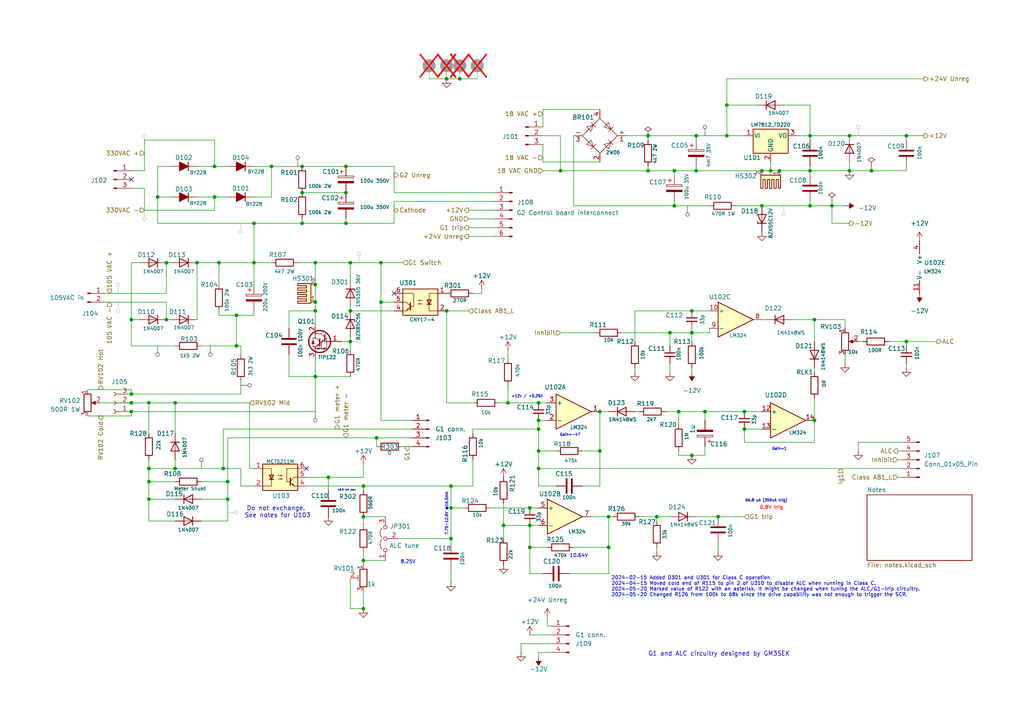
<source format=kicad_sch>
(kicad_sch (version 20250114) (generator "eeschema") (generator_version "9.0")
  (paper "A4")
  (text "8.25V" (at 118.364 163.068 0) (effects (font (size 1.016 1.016))))
  (text "2024-02-15 Added D301 and U301 for Class C operation\n2024-04-15 Moved cold end of R115 to pin 2 of U310 to disable ALC when running in Class C.\n2024-05-20 Marked value of R122 with an asterisk. It might be changed when tuning the ALC/G1-trip circuitry.\n2024-05-20 Changed R126 from 100k to 68k since the drive capability was not enough to trigger the SCR." (at 177.292 170.18 0) (effects (font (size 1.016 1.016)) (justify left)))
  (text "+12v / +0,25V" (at 152.908 115.062 0) (effects (font (size 0.762 0.762))))
  (text "G1 and ALC circuitry designed by GM3SEK" (at 187.96 190.5 0) (effects (font (size 1.27 1.27)) (justify left bottom)))
  (text "10.64V" (at 167.894 161.29 0) (effects (font (size 1.016 1.016))))
  (text "Gain=1" (at 226.06 130.302 0) (effects (font (size 0.762 0.762))))
  (text "66.8 uA (350uA trig)" (at 222.25 145.288 0) (effects (font (size 0.762 0.762))))
  (text "0.8V trig" (at 223.774 147.32 0) (effects (font (size 1.016 1.016))))
  (text "Gain=-47" (at 165.354 126.238 0) (effects (font (size 0.762 0.762))))
  (text "16.5 mA max" (at 100.584 142.24 0) (effects (font (size 0.508 0.508))))
  (text "Do not exchange. \nSee notes for U103" (at 80.518 148.59 0) (effects (font (size 1.27 1.27))))
  (text "7.75-12.0V @16.5mA" (at 129.54 149.098 90) (effects (font (size 0.762 0.762))))
  (junction (at 236.22 121.92))
  (junction (at 201.93 39.37))
  (junction (at 147.32 116.84))
  (junction (at 190.5 149.86))
  (junction (at 43.18 116.84))
  (junction (at 66.04 144.78))
  (junction (at 223.52 49.53))
  (junction (at 43.18 144.78))
  (junction (at 68.58 91.44))
  (junction (at 195.58 49.53))
  (junction (at 109.22 127))
  (junction (at 43.18 139.7))
  (junction (at 234.95 49.53))
  (junction (at 241.3 59.69))
  (junction (at 156.21 121.92))
  (junction (at 62.23 57.15))
  (junction (at 153.67 158.75))
  (junction (at 64.77 135.89))
  (junction (at 129.54 90.17))
  (junction (at 176.53 158.75))
  (junction (at 91.44 90.17))
  (junction (at 215.9 119.38))
  (junction (at 100.33 64.77))
  (junction (at 236.22 92.71))
  (junction (at 130.81 156.21))
  (junction (at 110.49 76.2))
  (junction (at 262.89 99.06))
  (junction (at 262.89 39.37))
  (junction (at 105.41 162.56))
  (junction (at 38.1 119.38))
  (junction (at 153.67 147.32))
  (junction (at 156.21 135.89))
  (junction (at 38.1 116.84))
  (junction (at 101.6 90.17))
  (junction (at 57.15 76.2))
  (junction (at 66.04 139.7))
  (junction (at 63.5 76.2))
  (junction (at 105.41 176.53))
  (junction (at 91.44 82.55))
  (junction (at 91.44 87.63))
  (junction (at 78.74 48.26))
  (junction (at 110.49 87.63))
  (junction (at 38.1 92.71))
  (junction (at 62.23 48.26))
  (junction (at 95.25 138.43))
  (junction (at 45.72 57.15))
  (junction (at 105.41 149.86))
  (junction (at 48.26 76.2))
  (junction (at 73.66 76.2))
  (junction (at 162.56 49.53))
  (junction (at 246.38 49.53))
  (junction (at 73.66 64.77))
  (junction (at 201.93 49.53))
  (junction (at 133.35 22.86))
  (junction (at 215.9 124.46))
  (junction (at 204.47 119.38))
  (junction (at 91.44 76.2))
  (junction (at 87.63 55.88))
  (junction (at 101.6 99.06))
  (junction (at 43.18 135.89))
  (junction (at 87.63 48.26))
  (junction (at 48.26 92.71))
  (junction (at 208.28 149.86))
  (junction (at 101.6 76.2))
  (junction (at 87.63 64.77))
  (junction (at 187.96 39.37))
  (junction (at 210.82 39.37))
  (junction (at 153.67 152.4))
  (junction (at 146.05 152.4))
  (junction (at 173.99 119.38))
  (junction (at 200.66 132.08))
  (junction (at 173.99 130.81))
  (junction (at 130.81 147.32))
  (junction (at 68.58 100.33))
  (junction (at 38.1 114.3))
  (junction (at 100.33 55.88))
  (junction (at 195.58 59.69))
  (junction (at 234.95 39.37))
  (junction (at 130.81 140.97))
  (junction (at 100.33 48.26))
  (junction (at 246.38 39.37))
  (junction (at 220.98 49.53))
  (junction (at 194.31 96.52))
  (junction (at 129.54 22.86))
  (junction (at 220.98 59.69))
  (junction (at 252.73 49.53))
  (junction (at 200.66 96.52))
  (junction (at 91.44 109.22))
  (junction (at 196.85 119.38))
  (junction (at 226.06 49.53))
  (junction (at 210.82 30.48))
  (junction (at 156.21 130.81))
  (junction (at 187.96 49.53))
  (junction (at 176.53 149.86))
  (junction (at 50.8 135.89))
  (junction (at 200.66 90.17))
  (junction (at 105.41 140.97))
  (junction (at 234.95 59.69))
  (junction (at 50.8 116.84))
  (junction (at 156.21 124.46))
  (junction (at 156.21 116.84))
  (no_connect (at 88.9 135.89))
  (no_connect (at 38.1 52.07))
  (no_connect (at 114.3 85.09))
  (wire (pts (xy 261.62 128.27) (xy 248.92 128.27)))
  (wire (pts (xy 38.1 119.38) (xy 91.44 119.38)))
  (wire (pts (xy 43.18 116.84) (xy 50.8 116.84)))
  (wire (pts (xy 176.53 149.86) (xy 171.45 149.86)))
  (wire (pts (xy 63.5 91.44) (xy 68.58 91.44)))
  (wire (pts (xy 245.11 102.87) (xy 245.11 105.41)))
  (wire (pts (xy 83.82 109.22) (xy 91.44 109.22)))
  (wire (pts (xy 101.6 99.06) (xy 101.6 101.6)))
  (wire (pts (xy 252.73 49.53) (xy 252.73 48.26)))
  (wire (pts (xy 147.32 101.6) (xy 147.32 104.14)))
  (wire (pts (xy 200.66 90.17) (xy 205.74 90.17)))
  (wire (pts (xy 57.15 48.26) (xy 62.23 48.26)))
  (wire (pts (xy 50.8 151.13) (xy 43.18 151.13)))
  (wire (pts (xy 95.25 138.43) (xy 95.25 142.24)))
  (wire (pts (xy 200.66 96.52) (xy 205.74 96.52)))
  (wire (pts (xy 68.58 91.44) (xy 73.66 91.44)))
  (wire (pts (xy 41.91 49.53) (xy 38.1 49.53)))
  (wire (pts (xy 156.21 130.81) (xy 156.21 135.89)))
  (wire (pts (xy 101.6 97.79) (xy 101.6 99.06)))
  (wire (pts (xy 73.66 135.89) (xy 72.39 135.89)))
  (wire (pts (xy 142.24 147.32) (xy 153.67 147.32)))
  (wire (pts (xy 111.76 162.56) (xy 105.41 162.56)))
  (wire (pts (xy 220.98 59.69) (xy 234.95 59.69)))
  (wire (pts (xy 210.82 30.48) (xy 219.71 30.48)))
  (wire (pts (xy 156.21 135.89) (xy 261.62 135.89)))
  (wire (pts (xy 129.54 116.84) (xy 137.16 116.84)))
  (wire (pts (xy 30.48 87.63) (xy 48.26 87.63)))
  (wire (pts (xy 208.28 160.02) (xy 208.28 157.48)))
  (wire (pts (xy 196.85 132.08) (xy 196.85 130.81)))
  (wire (pts (xy 124.46 22.86) (xy 129.54 22.86)))
  (wire (pts (xy 72.39 116.84) (xy 50.8 116.84)))
  (wire (pts (xy 57.15 57.15) (xy 62.23 57.15)))
  (wire (pts (xy 213.36 59.69) (xy 220.98 59.69)))
  (wire (pts (xy 157.48 39.37) (xy 162.56 39.37)))
  (wire (pts (xy 43.18 144.78) (xy 43.18 151.13)))
  (wire (pts (xy 184.15 90.17) (xy 200.66 90.17)))
  (wire (pts (xy 156.21 116.84) (xy 158.75 116.84)))
  (wire (pts (xy 43.18 139.7) (xy 43.18 144.78)))
  (wire (pts (xy 105.41 134.62) (xy 105.41 138.43)))
  (wire (pts (xy 64.77 135.89) (xy 69.85 135.89)))
  (wire (pts (xy 262.89 100.33) (xy 262.89 99.06)))
  (wire (pts (xy 78.74 48.26) (xy 78.74 57.15)))
  (wire (pts (xy 153.67 184.15) (xy 160.02 184.15)))
  (wire (pts (xy 130.81 165.1) (xy 130.81 168.91)))
  (wire (pts (xy 38.1 113.03) (xy 38.1 114.3)))
  (wire (pts (xy 105.41 171.45) (xy 105.41 176.53)))
  (wire (pts (xy 43.18 116.84) (xy 43.18 125.73)))
  (wire (pts (xy 176.53 166.37) (xy 176.53 158.75)))
  (wire (pts (xy 262.89 39.37) (xy 267.97 39.37)))
  (wire (pts (xy 66.04 127) (xy 109.22 127)))
  (wire (pts (xy 95.25 138.43) (xy 105.41 138.43)))
  (wire (pts (xy 101.6 88.9) (xy 101.6 90.17)))
  (wire (pts (xy 262.89 99.06) (xy 271.78 99.06)))
  (wire (pts (xy 252.73 49.53) (xy 262.89 49.53)))
  (wire (pts (xy 73.66 76.2) (xy 73.66 82.55)))
  (wire (pts (xy 105.41 149.86) (xy 111.76 149.86)))
  (wire (pts (xy 130.81 147.32) (xy 134.62 147.32)))
  (wire (pts (xy 130.81 156.21) (xy 130.81 157.48)))
  (wire (pts (xy 133.35 22.86) (xy 138.43 22.86)))
  (wire (pts (xy 73.66 140.97) (xy 69.85 140.97)))
  (wire (pts (xy 172.72 96.52) (xy 162.56 96.52)))
  (wire (pts (xy 184.15 99.06) (xy 184.15 90.17)))
  (wire (pts (xy 109.22 127) (xy 119.38 127)))
  (wire (pts (xy 234.95 30.48) (xy 234.95 39.37)))
  (wire (pts (xy 248.92 99.06) (xy 250.19 99.06)))
  (wire (pts (xy 38.1 76.2) (xy 38.1 92.71)))
  (wire (pts (xy 38.1 120.65) (xy 38.1 119.38)))
  (wire (pts (xy 57.15 76.2) (xy 57.15 92.71)))
  (wire (pts (xy 158.75 181.61) (xy 158.75 179.07)))
  (wire (pts (xy 234.95 49.53) (xy 234.95 50.8)))
  (wire (pts (xy 223.52 49.53) (xy 226.06 49.53)))
  (wire (pts (xy 187.96 40.64) (xy 187.96 39.37)))
  (wire (pts (xy 62.23 48.26) (xy 66.04 48.26)))
  (wire (pts (xy 101.6 176.53) (xy 105.41 176.53)))
  (wire (pts (xy 205.74 96.52) (xy 205.74 95.25)))
  (wire (pts (xy 63.5 76.2) (xy 73.66 76.2)))
  (wire (pts (xy 200.66 99.06) (xy 200.66 96.52)))
  (wire (pts (xy 87.63 55.88) (xy 100.33 55.88)))
  (wire (pts (xy 260.35 138.43) (xy 261.62 138.43)))
  (wire (pts (xy 236.22 92.71) (xy 236.22 99.06)))
  (wire (pts (xy 176.53 149.86) (xy 177.8 149.86)))
  (wire (pts (xy 156.21 189.23) (xy 160.02 189.23)))
  (wire (pts (xy 190.5 149.86) (xy 194.31 149.86)))
  (wire (pts (xy 201.93 40.64) (xy 201.93 39.37)))
  (wire (pts (xy 194.31 96.52) (xy 200.66 96.52)))
  (wire (pts (xy 114.3 64.77) (xy 100.33 64.77)))
  (wire (pts (xy 194.31 105.41) (xy 194.31 107.95)))
  (wire (pts (xy 69.85 100.33) (xy 68.58 100.33)))
  (wire (pts (xy 236.22 121.92) (xy 236.22 128.27)))
  (wire (pts (xy 162.56 39.37) (xy 162.56 49.53)))
  (wire (pts (xy 166.37 158.75) (xy 176.53 158.75)))
  (wire (pts (xy 25.4 113.03) (xy 38.1 113.03)))
  (wire (pts (xy 105.41 140.97) (xy 105.41 142.24)))
  (wire (pts (xy 260.35 130.81) (xy 261.62 130.81)))
  (wire (pts (xy 135.89 68.58) (xy 143.51 68.58)))
  (wire (pts (xy 204.47 119.38) (xy 215.9 119.38)))
  (wire (pts (xy 91.44 90.17) (xy 91.44 93.98)))
  (wire (pts (xy 91.44 87.63) (xy 91.44 90.17)))
  (wire (pts (xy 147.32 111.76) (xy 147.32 116.84)))
  (wire (pts (xy 161.29 140.97) (xy 156.21 140.97)))
  (wire (pts (xy 246.38 64.77) (xy 241.3 64.77)))
  (wire (pts (xy 135.89 66.04) (xy 143.51 66.04)))
  (wire (pts (xy 30.48 85.09) (xy 48.26 85.09)))
  (wire (pts (xy 110.49 76.2) (xy 116.84 76.2)))
  (wire (pts (xy 114.3 58.42) (xy 143.51 58.42)))
  (wire (pts (xy 223.52 46.99) (xy 223.52 49.53)))
  (wire (pts (xy 173.99 130.81) (xy 173.99 140.97)))
  (wire (pts (xy 129.54 90.17) (xy 129.54 116.84)))
  (wire (pts (xy 144.78 116.84) (xy 147.32 116.84)))
  (wire (pts (xy 173.99 119.38) (xy 173.99 130.81)))
  (wire (pts (xy 187.96 49.53) (xy 162.56 49.53)))
  (wire (pts (xy 88.9 138.43) (xy 95.25 138.43)))
  (wire (pts (xy 73.66 90.17) (xy 73.66 91.44)))
  (wire (pts (xy 236.22 115.57) (xy 236.22 121.92)))
  (wire (pts (xy 105.41 140.97) (xy 130.81 140.97)))
  (wire (pts (xy 110.49 87.63) (xy 110.49 121.92)))
  (wire (pts (xy 157.48 31.75) (xy 173.99 31.75)))
  (wire (pts (xy 184.15 119.38) (xy 185.42 119.38)))
  (wire (pts (xy 62.23 48.26) (xy 62.23 40.64)))
  (wire (pts (xy 176.53 149.86) (xy 176.53 158.75)))
  (wire (pts (xy 57.15 76.2) (xy 63.5 76.2)))
  (wire (pts (xy 165.1 166.37) (xy 176.53 166.37)))
  (wire (pts (xy 245.11 92.71) (xy 245.11 95.25)))
  (wire (pts (xy 262.89 106.68) (xy 262.89 105.41)))
  (wire (pts (xy 50.8 125.73) (xy 50.8 116.84)))
  (wire (pts (xy 187.96 39.37) (xy 201.93 39.37)))
  (wire (pts (xy 241.3 58.42) (xy 241.3 59.69)))
  (wire (pts (xy 196.85 132.08) (xy 200.66 132.08)))
  (wire (pts (xy 135.89 60.96) (xy 143.51 60.96)))
  (wire (pts (xy 187.96 48.26) (xy 187.96 49.53)))
  (wire (pts (xy 38.1 92.71) (xy 38.1 100.33)))
  (wire (pts (xy 115.57 156.21) (xy 130.81 156.21)))
  (wire (pts (xy 246.38 39.37) (xy 262.89 39.37)))
  (wire (pts (xy 220.98 92.71) (xy 222.25 92.71)))
  (wire (pts (xy 41.91 40.64) (xy 62.23 40.64)))
  (wire (pts (xy 63.5 76.2) (xy 63.5 82.55)))
  (wire (pts (xy 43.18 139.7) (xy 50.8 139.7)))
  (wire (pts (xy 153.67 158.75) (xy 158.75 158.75)))
  (wire (pts (xy 200.66 132.08) (xy 204.47 132.08)))
  (wire (pts (xy 156.21 121.92) (xy 156.21 124.46)))
  (wire (pts (xy 227.33 30.48) (xy 234.95 30.48)))
  (wire (pts (xy 87.63 64.77) (xy 100.33 64.77)))
  (wire (pts (xy 190.5 158.75) (xy 190.5 160.02)))
  (wire (pts (xy 83.82 90.17) (xy 83.82 95.25)))
  (wire (pts (xy 91.44 104.14) (xy 91.44 109.22)))
  (wire (pts (xy 73.66 64.77) (xy 87.63 64.77)))
  (wire (pts (xy 151.13 189.23) (xy 151.13 186.69)))
  (wire (pts (xy 187.96 49.53) (xy 195.58 49.53)))
  (wire (pts (xy 91.44 109.22) (xy 91.44 119.38)))
  (wire (pts (xy 66.04 139.7) (xy 66.04 144.78)))
  (wire (pts (xy 156.21 124.46) (xy 156.21 130.81)))
  (wire (pts (xy 168.91 140.97) (xy 173.99 140.97)))
  (wire (pts (xy 130.81 140.97) (xy 137.16 140.97)))
  (wire (pts (xy 262.89 39.37) (xy 262.89 40.64)))
  (wire (pts (xy 153.67 147.32) (xy 156.21 147.32)))
  (wire (pts (xy 195.58 50.8) (xy 195.58 49.53)))
  (wire (pts (xy 105.41 160.02) (xy 105.41 162.56)))
  (wire (pts (xy 69.85 114.3) (xy 38.1 114.3)))
  (wire (pts (xy 45.72 48.26) (xy 45.72 57.15)))
  (wire (pts (xy 153.67 152.4) (xy 156.21 152.4)))
  (wire (pts (xy 114.3 55.88) (xy 143.51 55.88)))
  (wire (pts (xy 78.74 48.26) (xy 87.63 48.26)))
  (wire (pts (xy 241.3 64.77) (xy 241.3 59.69)))
  (wire (pts (xy 73.66 48.26) (xy 78.74 48.26)))
  (wire (pts (xy 91.44 82.55) (xy 91.44 87.63)))
  (wire (pts (xy 215.9 119.38) (xy 220.98 119.38)))
  (wire (pts (xy 63.5 91.44) (xy 63.5 90.17)))
  (wire (pts (xy 48.26 92.71) (xy 49.53 92.71)))
  (wire (pts (xy 160.02 181.61) (xy 158.75 181.61)))
  (wire (pts (xy 45.72 57.15) (xy 49.53 57.15)))
  (wire (pts (xy 83.82 90.17) (xy 91.44 90.17)))
  (wire (pts (xy 156.21 190.5) (xy 156.21 189.23)))
  (wire (pts (xy 66.04 127) (xy 66.04 139.7)))
  (wire (pts (xy 139.7 83.82) (xy 139.7 85.09)))
  (wire (pts (xy 114.3 58.42) (xy 114.3 64.77)))
  (wire (pts (xy 195.58 59.69) (xy 205.74 59.69)))
  (wire (pts (xy 147.32 116.84) (xy 156.21 116.84)))
  (wire (pts (xy 234.95 39.37) (xy 234.95 40.64)))
  (wire (pts (xy 64.77 135.89) (xy 50.8 135.89)))
  (wire (pts (xy 210.82 22.86) (xy 267.97 22.86)))
  (wire (pts (xy 91.44 76.2) (xy 91.44 82.55)))
  (wire (pts (xy 110.49 121.92) (xy 119.38 121.92)))
  (wire (pts (xy 38.1 100.33) (xy 50.8 100.33)))
  (wire (pts (xy 180.34 96.52) (xy 194.31 96.52)))
  (wire (pts (xy 157.48 31.75) (xy 157.48 36.83)))
  (wire (pts (xy 190.5 151.13) (xy 190.5 149.86)))
  (wire (pts (xy 73.66 76.2) (xy 78.74 76.2)))
  (wire (pts (xy 234.95 39.37) (xy 246.38 39.37)))
  (wire (pts (xy 248.92 128.27) (xy 248.92 130.81)))
  (wire (pts (xy 129.54 90.17) (xy 135.89 90.17)))
  (wire (pts (xy 48.26 76.2) (xy 48.26 85.09)))
  (wire (pts (xy 201.93 39.37) (xy 210.82 39.37)))
  (wire (pts (xy 72.39 135.89) (xy 72.39 116.84)))
  (wire (pts (xy 41.91 54.61) (xy 41.91 60.96)))
  (wire (pts (xy 73.66 64.77) (xy 73.66 76.2)))
  (wire (pts (xy 69.85 140.97) (xy 69.85 135.89)))
  (wire (pts (xy 157.48 41.91) (xy 157.48 46.99)))
  (wire (pts (xy 168.91 130.81) (xy 173.99 130.81)))
  (wire (pts (xy 173.99 119.38) (xy 176.53 119.38)))
  (wire (pts (xy 234.95 59.69) (xy 234.95 58.42)))
  (wire (pts (xy 66.04 144.78) (xy 66.04 151.13)))
  (wire (pts (xy 38.1 116.84) (xy 43.18 116.84)))
  (wire (pts (xy 194.31 96.52) (xy 194.31 100.33)))
  (wire (pts (xy 201.93 48.26) (xy 201.93 49.53)))
  (wire (pts (xy 29.21 116.84) (xy 38.1 116.84)))
  (wire (pts (xy 166.37 39.37) (xy 166.37 59.69)))
  (wire (pts (xy 215.9 124.46) (xy 220.98 124.46)))
  (wire (pts (xy 41.91 40.64) (xy 41.91 49.53)))
  (wire (pts (xy 234.95 59.69) (xy 241.3 59.69)))
  (wire (pts (xy 137.16 133.35) (xy 137.16 140.97)))
  (wire (pts (xy 151.13 186.69) (xy 160.02 186.69)))
  (wire (pts (xy 109.22 127) (xy 109.22 129.54)))
  (wire (pts (xy 234.95 49.53) (xy 234.95 48.26)))
  (wire (pts (xy 38.1 92.71) (xy 40.64 92.71)))
  (wire (pts (xy 73.66 57.15) (xy 78.74 57.15)))
  (wire (pts (xy 88.9 140.97) (xy 105.41 140.97)))
  (wire (pts (xy 181.61 39.37) (xy 187.96 39.37)))
  (wire (pts (xy 201.93 49.53) (xy 220.98 49.53)))
  (wire (pts (xy 146.05 152.4) (xy 153.67 152.4)))
  (wire (pts (xy 204.47 132.08) (xy 204.47 129.54)))
  (wire (pts (xy 262.89 49.53) (xy 262.89 48.26)))
  (wire (pts (xy 105.41 152.4) (xy 105.41 149.86)))
  (wire (pts (xy 236.22 128.27) (xy 215.9 128.27)))
  (wire (pts (xy 66.04 144.78) (xy 58.42 144.78)))
  (wire (pts (xy 43.18 135.89) (xy 43.18 139.7)))
  (wire (pts (xy 58.42 139.7) (xy 66.04 139.7)))
  (wire (pts (xy 50.8 133.35) (xy 50.8 135.89)))
  (wire (pts (xy 43.18 135.89) (xy 50.8 135.89)))
  (wire (pts (xy 87.63 48.26) (xy 100.33 48.26)))
  (wire (pts (xy 153.67 166.37) (xy 157.48 166.37)))
  (wire (pts (xy 193.04 119.38) (xy 196.85 119.38)))
  (wire (pts (xy 114.3 48.26) (xy 100.33 48.26)))
  (wire (pts (xy 64.77 124.46) (xy 119.38 124.46)))
  (wire (pts (xy 62.23 57.15) (xy 62.23 60.96)))
  (wire (pts (xy 229.87 92.71) (xy 236.22 92.71)))
  (wire (pts (xy 38.1 54.61) (xy 41.91 54.61)))
  (wire (pts (xy 184.15 106.68) (xy 184.15 107.95)))
  (wire (pts (xy 91.44 76.2) (xy 101.6 76.2)))
  (wire (pts (xy 157.48 49.53) (xy 162.56 49.53)))
  (wire (pts (xy 48.26 76.2) (xy 49.53 76.2)))
  (wire (pts (xy 220.98 49.53) (xy 223.52 49.53)))
  (wire (pts (xy 130.81 147.32) (xy 130.81 156.21)))
  (wire (pts (xy 210.82 39.37) (xy 210.82 30.48)))
  (wire (pts (xy 43.18 144.78) (xy 50.8 144.78)))
  (wire (pts (xy 69.85 102.87) (xy 69.85 100.33)))
  (wire (pts (xy 215.9 124.46) (xy 215.9 128.27)))
  (wire (pts (xy 45.72 48.26) (xy 49.53 48.26)))
  (wire (pts (xy 137.16 85.09) (xy 139.7 85.09)))
  (wire (pts (xy 110.49 87.63) (xy 114.3 87.63)))
  (wire (pts (xy 58.42 151.13) (xy 66.04 151.13)))
  (wire (pts (xy 110.49 76.2) (xy 110.49 87.63)))
  (wire (pts (xy 45.72 57.15) (xy 45.72 64.77)))
  (wire (pts (xy 185.42 149.86) (xy 190.5 149.86)))
  (wire (pts (xy 156.21 121.92) (xy 158.75 121.92)))
  (wire (pts (xy 64.77 124.46) (xy 64.77 135.89)))
  (wire (pts (xy 200.66 95.25) (xy 200.66 96.52)))
  (wire (pts (xy 246.38 49.53) (xy 252.73 49.53)))
  (wire (pts (xy 58.42 100.33) (xy 68.58 100.33)))
  (wire (pts (xy 62.23 57.15) (xy 66.04 57.15)))
  (wire (pts (xy 129.54 22.86) (xy 133.35 22.86)))
  (wire (pts (xy 38.1 76.2) (xy 40.64 76.2)))
  (wire (pts (xy 45.72 64.77) (xy 73.66 64.77)))
  (wire (pts (xy 101.6 76.2) (xy 110.49 76.2)))
  (wire (pts (xy 246.38 46.99) (xy 246.38 49.53)))
  (wire (pts (xy 210.82 22.86) (xy 210.82 30.48)))
  (wire (pts (xy 101.6 76.2) (xy 101.6 81.28)))
  (wire (pts (xy 196.85 119.38) (xy 204.47 119.38)))
  (wire (pts (xy 146.05 152.4) (xy 146.05 156.21)))
  (wire (pts (xy 101.6 167.64) (xy 101.6 176.53)))
  (wire (pts (xy 215.9 39.37) (xy 210.82 39.37)))
  (wire (pts (xy 48.26 87.63) (xy 48.26 92.71)))
  (wire (pts (xy 157.48 46.99) (xy 173.99 46.99)))
  (wire (pts (xy 156.21 135.89) (xy 156.21 140.97)))
  (wire (pts (xy 114.3 48.26) (xy 114.3 55.88)))
  (wire (pts (xy 68.58 91.44) (xy 68.58 100.33)))
  (wire (pts (xy 99.06 99.06) (xy 101.6 99.06)))
  (wire (pts (xy 236.22 106.68) (xy 236.22 107.95)))
  (wire (pts (xy 195.58 49.53) (xy 201.93 49.53)))
  (wire (pts (xy 101.6 109.22) (xy 91.44 109.22)))
  (wire (pts (xy 234.95 49.53) (xy 246.38 49.53)))
  (wire (pts (xy 226.06 49.53) (xy 234.95 49.53)))
  (wire (pts (xy 146.05 146.05) (xy 146.05 152.4)))
  (wire (pts (xy 130.81 140.97) (xy 130.81 147.32)))
  (wire (pts (xy 153.67 158.75) (xy 153.67 166.37)))
  (wire (pts (xy 153.67 152.4) (xy 153.67 158.75)))
  (wire (pts (xy 241.3 59.69) (xy 245.11 59.69)))
  (wire (pts (xy 87.63 63.5) (xy 87.63 64.77)))
  (wire (pts (xy 137.16 125.73) (xy 137.16 124.46)))
  (wire (pts (xy 208.28 149.86) (xy 215.9 149.86)))
  (wire (pts (xy 195.58 59.69) (xy 195.58 58.42)))
  (wire (pts (xy 100.33 63.5) (xy 100.33 64.77)))
  (wire (pts (xy 83.82 102.87) (xy 83.82 109.22)))
  (wire (pts (xy 231.14 39.37) (xy 234.95 39.37)))
  (wire (pts (xy 101.6 90.17) (xy 114.3 90.17)))
  (wire (pts (xy 86.36 76.2) (xy 91.44 76.2)))
  (wire (pts (xy 161.29 130.81) (xy 156.21 130.81)))
  (wire (pts (xy 200.66 106.68) (xy 200.66 107.95)))
  (wire (pts (xy 196.85 123.19) (xy 196.85 119.38)))
  (wire (pts (xy 204.47 121.92) (xy 204.47 119.38)))
  (wire (pts (xy 257.81 99.06) (xy 262.89 99.06)))
  (wire (pts (xy 69.85 110.49) (xy 69.85 114.3)))
  (wire (pts (xy 116.84 129.54) (xy 119.38 129.54)))
  (wire (pts (xy 43.18 133.35) (xy 43.18 135.89)))
  (wire (pts (xy 41.91 60.96) (xy 62.23 60.96)))
  (wire (pts (xy 137.16 124.46) (xy 156.21 124.46)))
  (wire (pts (xy 201.93 149.86) (xy 208.28 149.86)))
  (wire (pts (xy 166.37 59.69) (xy 195.58 59.69)))
  (wire (pts (xy 236.22 92.71) (xy 245.11 92.71)))
  (wire (pts (xy 260.35 133.35) (xy 261.62 133.35)))
  (wire (pts (xy 105.41 162.56) (xy 105.41 163.83)))
  (wire (pts (xy 135.89 63.5) (xy 143.51 63.5)))
  (wire (pts (xy 25.4 120.65) (xy 38.1 120.65)))
  (hierarchical_label "G1 trip" (shape input) (at 215.9 149.86 0))
  (hierarchical_label "105 VAC +" (shape input) (at 31.75 85.09 90))
  (hierarchical_label "Inhibit" (shape input) (at 162.56 96.52 180))
  (hierarchical_label "ALC" (shape output) (at 260.35 130.81 180))
  (hierarchical_label "18 VAC GND" (shape input) (at 157.48 49.53 180))
  (hierarchical_label "-12V" (shape output) (at 246.38 64.77 0))
  (hierarchical_label "Class AB1_L" (shape input) (at 135.89 90.17 0))
  (hierarchical_label "105 VAC -" (shape input) (at 31.75 87.63 270))
  (hierarchical_label "G1 meter -" (shape input) (at 100.33 127 90))
  (hierarchical_label "+12V" (shape output) (at 135.89 60.96 180))
  (hierarchical_label "RV102 Hot" (shape output) (at 29.21 113.03 90))
  (hierarchical_label "RV102 Cold" (shape output) (at 29.21 120.65 270))
  (hierarchical_label "GND" (shape input) (at 135.89 63.5 180))
  (hierarchical_label "Cathode" (shape bidirectional) (at 114.3 60.96 0))
  (hierarchical_label "Ig1" (shape input) (at 243.84 135.89 270))
  (hierarchical_label "G1 trip" (shape output) (at 135.89 66.04 180))
  (hierarchical_label "+12V" (shape output) (at 267.97 39.37 0))
  (hierarchical_label "330VAC -" (shape input) (at 41.91 60.96 180))
  (hierarchical_label "Class AB1_L" (shape input) (at 260.35 138.43 180))
  (hierarchical_label "18 VAC -" (shape input) (at 157.48 45.72 180))
  (hierarchical_label "Inhibit" (shape input) (at 260.35 133.35 180))
  (hierarchical_label "G1" (shape output) (at 118.11 129.54 270))
  (hierarchical_label "330VAC +" (shape input) (at 41.91 44.45 180))
  (hierarchical_label "RV102 Mid" (shape input) (at 72.39 116.84 0))
  (hierarchical_label "G1 meter +" (shape output) (at 97.79 124.46 90))
  (hierarchical_label "G1 Switch" (shape input) (at 116.84 76.2 0))
  (hierarchical_label "18 VAC +" (shape input) (at 157.48 33.02 180))
  (hierarchical_label "ALC" (shape output) (at 271.78 99.06 0))
  (hierarchical_label "+24V Unreg" (shape output) (at 135.89 68.58 180))
  (hierarchical_label "+24V Unreg" (shape output) (at 267.97 22.86 0))
  (hierarchical_label "G2 Unreg" (shape output) (at 114.3 50.8 0))
  (netclass_flag "" (length 2.54) (shape round) (at 34.29 87.63 180) (property "Netclass" "HVAC" (effects (hide yes))))
  (netclass_flag "" (length 2.54) (shape round) (at 69.85 111.76 270) (property "Netclass" "BIAS" (effects (hide yes))))
  (netclass_flag "" (length 2.54) (shape round) (at 199.39 59.69 180) (property "Netclass" "LVDC" (effects (hide yes))))
  (netclass_flag "" (length 2.54) (shape round) (at 101.6 99.06 270) (property "Netclass" "BIAS" (effects (hide yes))))
  (netclass_flag "" (length 2.54) (shape round) (at 69.85 64.77 180) (property "Netclass" "LVDC" (effects (hide yes))))
  (netclass_flag "" (length 2.54) (shape round) (at 58.42 135.89 0) (property "Netclass" "BIAS" (effects (hide yes))))
  (netclass_flag "" (length 2.54) (shape round) (at 34.29 85.09 0) (property "Netclass" "HVAC" (effects (hide yes))))
  (netclass_flag "" (length 2.54) (shape round) (at 104.14 76.2 0) (property "Netclass" "BIAS" (effects (hide yes))))
  (netclass_flag "" (length 2.54) (shape round) (at 204.47 39.37 0) (property "Netclass" "LVDC" (effects (hide yes))))
  (netclass_flag "" (length 2.54) (shape round) (at 41.91 60.96 180) (property "Netclass" "HVAC" (effects (hide yes))))
  (netclass_flag "" (length 2.54) (shape round) (at 45.72 100.33 180) (property "Netclass" "BIAS" (effects (hide yes))))
  (netclass_flag "" (length 2.54) (shape round) (at 91.44 119.38 180) (property "Netclass" "BIAS" (effects (hide yes))))
  (netclass_flag "" (length 2.54) (shape round) (at 227.33 59.69 180) (property "Netclass" "LVDC" (effects (hide yes))))
  (netclass_flag "" (length 2.54) (shape round) (at 66.04 148.59 270) (property "Netclass" "BIAS" (effects (hide yes))))
  (netclass_flag "" (length 2.54) (shape round) (at 248.92 39.37 0) (property "Netclass" "LVDC" (effects (hide yes))))
  (netclass_flag "" (length 2.54) (shape round) (at 41.91 41.91 0) (property "Netclass" "HVAC" (effects (hide yes))))
  (netclass_flag "" (length 2.54) (shape round) (at 86.36 48.26 0) (property "Netclass" "HVDC" (effects (hide yes))))
  (netclass_flag "" (length 2.54) (shape round) (at 60.96 100.33 180) (property "Netclass" "BIAS" (effects (hide yes))))
  (symbol (lib_id "power:GND") (at 262.89 106.68 0) (unit 1)
    (property "Reference" "#PWR08" (effects (hide yes)))
    (property "Value" "GND" (effects (hide yes)))
    (property "Description" "Power symbol creates a global label with name \"GND\" , ground" (effects (hide yes)))
  )
  (symbol (lib_id "power:GND") (at 184.15 107.95 0) (unit 1)
    (property "Reference" "#PWR020" (effects (hide yes)))
    (property "Value" "GND" (effects (hide yes)))
    (property "Description" "Power symbol creates a global label with name \"GND\" , ground" (effects (hide yes)))
  )
  (symbol (lib_id "Device:C_Polarized") (at 195.58 54.61 0) (unit 1)
    (property "Reference" "C107" (at 188.214 52.832 0) (effects (justify left)))
    (property "Value" "100u 35V" (at 199.136 57.912 90) (effects (font (size 1.016 1.016)) (justify left)))
    (property "Footprint" "Capacitor_THT:CP_Radial_D8.0mm_P3.50mm" (effects (hide yes)))
    (property "Electrokit #" "41019011" (effects (hide yes)))
  )
  (symbol (lib_id "Isolator:CNY17-4") (at 81.28 138.43 0) (unit 1)
    (property "Reference" "U103" (at 81.534 143.764 0))
    (property "Value" "MCT5211M" (at 81.28 133.858 0) (effects (font (size 1.016 1.016))))
    (property "Footprint" "Package_DIP:DIP-6_W7.62mm" (effects (hide yes)))
    (property "Datasheet" "https://www.onsemi.com/pdf/datasheet/mct5211m-d.pdf" (effects (hide yes)))
    (property "Description" "Optoisolator Transistor with Base Output 4170Vrms 1 Channel 6-DIP CTR 110%@1mA" (effects (hide yes)))
    (property "Notes" "This component is crucial. It cannot simply be exchanged for any other optocoupler because its sensititity to low grid current is needed." (effects (hide yes)))
    (property "DigiKey #" "MCT5211M-ND" (effects (hide yes)))
  )
  (symbol (lib_id "Device:C") (at 262.89 44.45 0) (unit 1)
    (property "Reference" "C109" (at 257.302 42.418 0) (effects (justify left)))
    (property "Value" "100n" (at 266.7 46.355 90) (effects (font (size 1.016 1.016)) (justify left)))
    (property "Footprint" "Capacitor_SMD:C_1206_3216Metric" (effects (hide yes)))
    (property "Electrokit #" "40503054" (effects (hide yes)))
    (property "Mouser #" "80-C1206C104M5R" (effects (hide yes)))
  )
  (symbol (lib_id "Device:R") (at 140.97 116.84 90) (unit 1)
    (property "Reference" "R115" (at 139.192 114.3 90))
    (property "Value" "10k" (at 140.97 119.634 90) (effects (font (size 1.016 1.016))))
    (property "Footprint" "Resistor_SMD:R_1206_3216Metric" (effects (hide yes)))
    (property "Electrokit #" "40818410" (effects (hide yes)))
    (property "Mouser #" "603-AC1206FR-0710KL" (effects (hide yes)))
  )
  (symbol (lib_id "Device:R") (at 133.35 85.09 270) (unit 1)
    (property "Reference" "R301" (at 131.318 82.804 90))
    (property "Value" "270R" (at 133.35 87.122 90) (effects (font (size 1.016 1.016))))
    (property "Footprint" "Resistor_SMD:R_1206_3216Metric" (effects (hide yes)))
    (property "Electrokit #" "40818227" (effects (hide yes)))
  )
  (symbol (lib_id "Device:R") (at 147.32 107.95 180) (unit 1)
    (property "Reference" "R117" (at 144.018 104.648 0))
    (property "Value" "470k" (at 150.114 107.442 90) (effects (font (size 1.016 1.016))))
    (property "Footprint" "Resistor_SMD:R_1206_3216Metric" (effects (hide yes)))
    (property "Electrokit #" "40818547" (effects (hide yes)))
    (property "Mouser #" "652-CR1206JW-474ELF" (effects (hide yes)))
  )
  (symbol (lib_id "Mechanical:MountingHole_Pad") (at 124.46 20.32 0) (unit 1) (dnp yes)
    (property "Reference" "H101" (effects (hide yes)))
    (property "Value" "MountingHole_Pad" (effects (hide yes)))
    (property "Footprint" "MountingHole:MountingHole_3.2mm_M3_DIN965_Pad" (effects (hide yes)))
  )
  (symbol (lib_id "Device:C_Small") (at 153.67 149.86 0) (mirror y) (unit 1)
    (property "Reference" "C119" (at 152.4 148.336 0) (effects (justify left)))
    (property "Value" "33p" (at 156.21 151.384 90) (effects (font (size 1.016 1.016)) (justify left)))
    (property "Footprint" "Capacitor_SMD:C_0805_2012Metric" (effects (hide yes)))
    (property "Electrokit #" "40502045" (effects (hide yes)))
    (property "Mouser #" "791-0805N330K250CT" (effects (hide yes)))
  )
  (symbol (lib_id "Device:R") (at 113.03 129.54 270) (unit 1)
    (property "Reference" "R303" (at 113.03 129.54 90))
    (property "Value" "0" (at 113.03 131.318 90) (effects (font (size 1.016 1.016))))
    (property "Footprint" "Jumper:SolderJumper-2_P1.3mm_Bridged2Bar_RoundedPad1.0x1.5mm" (effects (hide yes)))
    (property "Electrokit #" "40818410" (effects (hide yes)))
  )
  (symbol (lib_id "Connector:Conn_01x05_Pin") (at 266.7 133.35 180) (unit 1)
    (property "Reference" "J107" (at 267.97 132.0799 0) (effects (justify right)))
    (property "Value" "Conn_01x05_Pin" (at 267.97 134.6199 0) (effects (justify right)))
    (property "Footprint" "Connector_Phoenix_MSTB:PhoenixContact_MSTBVA_2,5_5-G-5,08_1x05_P5.08mm_Vertical" (effects (hide yes)))
    (property "Description" "Generic connector, single row, 01x05, script generated" (effects (hide yes)))
    (property "Electrokit #" "40210023" (effects (hide yes)))
  )
  (symbol (lib_id "Device:R_Potentiometer") (at 25.4 116.84 0) (unit 1) (on_board no)
    (property "Reference" "RV102" (at 23.368 116.205 0) (effects (justify right)))
    (property "Value" "500R 1W" (at 23.368 118.745 0) (effects (justify right)))
    (property "Mouser #" "3109605596" (effects (hide yes)))
  )
  (symbol (lib_id "Device:R") (at 54.61 100.33 90) (unit 1)
    (property "Reference" "R103" (at 54.864 98.298 90))
    (property "Value" "1k5 2W" (at 55.118 103.124 90) (effects (font (size 1.016 1.016))))
    (property "Footprint" "Resistor_THT:R_Axial_DIN0414_L11.9mm_D4.5mm_P7.62mm_Vertical" (effects (hide yes)))
    (property "Electrokit #" "41011674" (effects (hide yes)))
  )
  (symbol (lib_id "Mechanical:MountingHole_Pad") (at 138.43 20.32 0) (unit 1) (dnp yes)
    (property "Reference" "H104" (effects (hide yes)))
    (property "Value" "MountingHole_Pad" (effects (hide yes)))
    (property "Footprint" "MountingHole:MountingHole_3.2mm_M3_DIN965_Pad" (effects (hide yes)))
  )
  (symbol (lib_id "power:GND") (at 194.31 107.95 0) (unit 1)
    (property "Reference" "#PWR021" (effects (hide yes)))
    (property "Value" "GND" (effects (hide yes)))
    (property "Description" "Power symbol creates a global label with name \"GND\" , ground" (effects (hide yes)))
  )
  (symbol (lib_id "power:GND") (at 95.25 149.86 0) (unit 1)
    (property "Reference" "#PWR0302" (effects (hide yes)))
    (property "Value" "GND" (effects (hide yes)))
    (property "Description" "Power symbol creates a global label with name \"GND\" , ground" (effects (hide yes)))
  )
  (symbol (lib_id "power:PWR_FLAG") (at 187.96 39.37 0) (unit 1)
    (property "Reference" "#FLG0103" (effects (hide yes)))
    (property "Value" "PWR_FLAG" (effects (hide yes)))
  )
  (symbol (lib_id "Device:R") (at 87.63 52.07 0) (unit 1)
    (property "Reference" "R101" (at 81.28 50.038 0) (effects (justify left)))
    (property "Value" "100k 2W" (at 89.408 53.975 0) (effects (font (size 1.016 1.016)) (justify left)))
    (property "Footprint" "Resistor_THT:R_Axial_DIN0414_L11.9mm_D4.5mm_P15.24mm_Horizontal" (effects (hide yes)))
    (property "Electrokit #" "41011683" (effects (hide yes)))
  )
  (symbol (lib_id "Device:C_Small") (at 262.89 102.87 0) (mirror y) (unit 1)
    (property "Reference" "C113" (at 262.636 101.092 0) (effects (justify left)))
    (property "Value" "100n" (at 265.938 104.394 90) (effects (font (size 1.016 1.016)) (justify left)))
    (property "Footprint" "Capacitor_SMD:C_1206_3216Metric" (effects (hide yes)))
    (property "Electrokit #" "40503054" (effects (hide yes)))
    (property "Mouser #" "80-C1206C104M5R" (effects (hide yes)))
  )
  (symbol (lib_id "power:+12V") (at 146.05 138.43 0) (unit 1)
    (property "Reference" "#PWR0303" (effects (hide yes)))
    (property "Value" "+12V" (at 146.05 134.62 0))
  )
  (symbol (lib_id "Device:R") (at 101.6 105.41 0) (unit 1)
    (property "Reference" "R106" (at 98.806 101.854 0))
    (property "Value" "470R" (at 103.886 105.664 90) (effects (font (size 1.016 1.016))))
    (property "Footprint" "Resistor_SMD:R_1206_3216Metric" (effects (hide yes)))
    (property "Electrokit #" "40818247" (effects (hide yes)))
    (property "Mouser #" "603-AF1206JR-07470RL" (effects (hide yes)))
  )
  (symbol (lib_id "power:+12V") (at 153.67 184.15 0) (unit 1)
    (property "Reference" "#PWR03" (effects (hide yes)))
    (property "Value" "+12V" (at 153.67 180.34 0))
  )
  (symbol (lib_id "power:+24V") (at 158.75 179.07 0) (unit 1)
    (property "Reference" "#PWR05" (effects (hide yes)))
    (property "Value" "+24V Unreg" (at 158.75 173.99 0))
  )
  (symbol (lib_id "Device:R") (at 196.85 127 180) (unit 1)
    (property "Reference" "R120" (at 193.802 123.19 0))
    (property "Value" "1M" (at 199.136 126.492 90) (effects (font (size 1.016 1.016))))
    (property "Footprint" "Resistor_SMD:R_1206_3216Metric" (effects (hide yes)))
    (property "Electrokit #" "40818610" (effects (hide yes)))
    (property "Mouser #" "279-CRGP1206F1M0" (effects (hide yes)))
  )
  (symbol (lib_id "Connector:Conn_01x03_Socket") (at 33.02 116.84 180) (unit 1)
    (property "Reference" "J105" (at 34.671 110.744 0))
    (property "Value" "Conn_01x03_Pin" (effects (hide yes)))
    (property "Footprint" "Connector_Phoenix_MSTB:PhoenixContact_MSTBA_2,5_3-G-5,08_1x03_P5.08mm_Horizontal" (effects (hide yes)))
    (property "Electrokit #" "40210022" (effects (hide yes)))
  )
  (symbol (lib_id "Device:R") (at 181.61 149.86 90) (unit 1)
    (property "Reference" "R126" (at 178.816 147.574 90))
    (property "Value" "39k" (at 181.61 151.892 90) (effects (font (size 1.016 1.016))))
    (property "Footprint" "Resistor_SMD:R_1206_3216Metric" (effects (hide yes)))
    (property "Electrokit #" "40818510" (effects (hide yes)))
    (property "Mouser #" "667-ERJ-P08J683V" (effects (hide yes)))
  )
  (symbol (lib_id "Connector:Conn_01x03_Pin") (at 152.4 39.37 0) (unit 1)
    (property "Reference" "J101" (at 148.082 39.624 0))
    (property "Value" "Conn_01x03_Pin" (effects (hide yes)))
    (property "Footprint" "Connector_Phoenix_MSTB:PhoenixContact_MSTBVA_2,5_3-G-5,08_1x03_P5.08mm_Vertical" (effects (hide yes)))
    (property "Electrokit #" "40210022" (effects (hide yes)))
  )
  (symbol (lib_id "Device:D_ALT") (at 53.34 57.15 180) (unit 1)
    (property "Reference" "D103" (at 55.88 54.864 0) (effects (justify left)))
    (property "Value" "BY228" (at 59.944 58.928 0) (effects (font (size 1.016 1.016)) (justify left)))
    (property "Footprint" "Project_library:D_SOD-64_P15.24mm_big_holes_Horizontal" (effects (hide yes)))
    (property "Notes" "Footprint adjusted for thick leads." (effects (hide yes)))
    (property "Electrokit #" "40311228" (effects (hide yes)))
  )
  (symbol (lib_id "Amplifier_Operational:LM324") (at 166.37 119.38 0) (unit 1)
    (property "Reference" "U102" (at 161.036 112.268 0))
    (property "Value" "LM324" (at 167.894 123.952 0) (effects (font (size 1.016 1.016))))
    (property "Footprint" "Package_SO:SO-14_5.3x10.2mm_P1.27mm" (effects (hide yes)))
    (property "Datasheet" "http://www.ti.com/lit/ds/symlink/lm2902-n.pdf" (effects (hide yes)))
    (property "Electrokit #" "40350324" (effects (hide yes)))
    (property "Mouser #" "863-LM324DR2G" (effects (hide yes)))
  )
  (symbol (lib_id "Amplifier_Operational:LM324") (at 269.24 77.47 0) (unit 5)
    (property "Reference" "U102" (at 267.97 76.1999 0) (effects (justify left)))
    (property "Value" "LM324" (at 267.97 78.7399 0) (effects (font (size 1.016 1.016)) (justify left)))
    (property "Footprint" "Package_SO:SO-14_5.3x10.2mm_P1.27mm" (effects (hide yes)))
    (property "Datasheet" "http://www.ti.com/lit/ds/symlink/lm2902-n.pdf" (effects (hide yes)))
    (property "Electrokit #" "40350324" (effects (hide yes)))
    (property "Mouser #" "863-LM324DR2G" (effects (hide yes)))
  )
  (symbol (lib_id "power:GND") (at 130.81 168.91 0) (unit 1)
    (property "Reference" "#PWR0305" (effects (hide yes)))
    (property "Value" "GND" (effects (hide yes)))
    (property "Description" "Power symbol creates a global label with name \"GND\" , ground" (effects (hide yes)))
  )
  (symbol (lib_id "Device:C") (at 208.28 153.67 0) (mirror x) (unit 1)
    (property "Reference" "C121" (at 207.772 151.638 0) (effects (justify right)))
    (property "Value" "100n" (at 211.836 155.956 90) (effects (font (size 1.016 1.016)) (justify right)))
    (property "Footprint" "Capacitor_SMD:C_1206_3216Metric" (effects (hide yes)))
    (property "Electrokit #" "40503054" (effects (hide yes)))
    (property "Mouser #" "80-C1206C104M5R" (effects (hide yes)))
  )
  (symbol (lib_id "Regulator_Linear:LM7812_TO220") (at 223.52 39.37 0) (unit 1)
    (property "Reference" "U101" (at 218.186 45.72 0))
    (property "Value" "LM7812_TO220" (at 223.52 36.195 0) (effects (font (size 1.016 1.016))))
    (property "Footprint" "Package_TO_SOT_THT:TO-220-3_Vertical" (effects (hide yes)))
    (property "Datasheet" "https://www.onsemi.cn/PowerSolutions/document/MC7800-D.PDF" (effects (hide yes)))
    (property "Electrokit #" "41009663" (effects (hide yes)))
  )
  (symbol (lib_id "Device:C_Polarized") (at 100.33 59.69 0) (unit 1)
    (property "Reference" "C102" (at 93.218 57.404 0) (effects (justify left)))
    (property "Value" "100u 350V" (at 104.394 60.071 0) (effects (font (size 1.016 1.016)) (justify left)))
    (property "Footprint" "Capacitor_THT:CP_Radial_D16.0mm_P7.50mm" (effects (hide yes)))
    (property "Electrokit #" "41004525" (effects (hide yes)))
  )
  (symbol (lib_id "Device:D") (at 236.22 102.87 90) (unit 1)
    (property "Reference" "D121" (at 230.632 100.33 90) (effects (justify right)))
    (property "Value" "1N4148WS" (at 238.76 99.314 0) (effects (font (size 1.016 1.016)) (justify right)))
    (property "Footprint" "Diode_SMD:D_SOD-323" (effects (hide yes)))
    (property "Sim.Device" "D" (effects (hide yes)))
    (property "Sim.Pins" "1=K 2=A" (effects (hide yes)))
    (property "Electrokit #" "41011670" (effects (hide yes)))
    (property "Mouser #" "637-1N4148WS" (effects (hide yes)))
  )
  (symbol (lib_id "Device:C_Small") (at 200.66 92.71 0) (mirror y) (unit 1)
    (property "Reference" "C112" (at 198.12 91.44 0) (effects (justify left)))
    (property "Value" "33p" (at 203.708 94.234 90) (effects (font (size 1.016 1.016)) (justify left)))
    (property "Footprint" "Capacitor_SMD:C_0805_2012Metric" (effects (hide yes)))
    (property "Electrokit #" "40502045" (effects (hide yes)))
    (property "Mouser #" "791-0805N330K250CT" (effects (hide yes)))
  )
  (symbol (lib_id "Device:R") (at 105.41 156.21 0) (unit 1)
    (property "Reference" "R122" (at 100.838 154.178 0))
    (property "Value" "470R" (at 107.442 155.956 90) (effects (font (size 1.016 1.016))))
    (property "Footprint" "Resistor_SMD:R_1206_3216Metric" (effects (hide yes)))
  )
  (symbol (lib_id "Device:D") (at 180.34 119.38 0) (unit 1)
    (property "Reference" "D123" (at 178.816 116.84 0))
    (property "Value" "1N4148WS" (at 180.594 121.666 0) (effects (font (size 1.016 1.016))))
    (property "Footprint" "Diode_SMD:D_SOD-323" (effects (hide yes)))
    (property "Sim.Device" "D" (effects (hide yes)))
    (property "Sim.Pins" "1=K 2=A" (effects (hide yes)))
    (property "Electrokit #" "41011670" (effects (hide yes)))
    (property "Mouser #" "637-1N4148WS" (effects (hide yes)))
  )
  (symbol (lib_id "Device:R_Potentiometer") (at 245.11 99.06 0) (unit 1)
    (property "Reference" "RV103" (at 244.094 94.742 0) (effects (justify right)))
    (property "Value" "10k" (at 248.92 102.108 0) (effects (font (size 1.016 1.016)) (justify right)))
    (property "Footprint" "Potentiometer_THT:Potentiometer_Bourns_3386P_Vertical" (effects (hide yes)))
    (property "Electrokit #" "33860103" (effects (hide yes)))
  )
  (symbol (lib_id "power:PWR_FLAG") (at 252.73 48.26 0) (unit 1)
    (property "Reference" "#FLG0104" (effects (hide yes)))
    (property "Value" "PWR_FLAG" (effects (hide yes)))
  )
  (symbol (lib_id "Device:R") (at 105.41 146.05 0) (unit 1)
    (property "Reference" "R302" (at 100.838 144.018 0))
    (property "Value" "560R" (at 107.442 145.796 90) (effects (font (size 1.016 1.016))))
    (property "Footprint" "Resistor_SMD:R_1206_3216Metric" (effects (hide yes)))
  )
  (symbol (lib_id "Device:R") (at 162.56 158.75 90) (unit 1)
    (property "Reference" "R125" (at 161.036 156.464 90))
    (property "Value" "470k" (at 162.56 161.036 90) (effects (font (size 1.016 1.016))))
    (property "Footprint" "Resistor_SMD:R_1206_3216Metric" (effects (hide yes)))
    (property "Electrokit #" "40818547" (effects (hide yes)))
    (property "Mouser #" "652-CR1206JW-474ELF" (effects (hide yes)))
  )
  (symbol (lib_id "Diode:1N4007") (at 53.34 76.2 180) (unit 1)
    (property "Reference" "D113" (at 51.308 73.914 0))
    (property "Value" "1N4007" (at 53.34 78.74 0) (effects (font (size 1.016 1.016))))
    (property "Footprint" "Diode_THT:D_DO-41_SOD81_P10.16mm_Horizontal" (effects (hide yes)))
    (property "Datasheet" "http://www.vishay.com/docs/88503/1n4001.pdf" (effects (hide yes)))
    (property "Sim.Device" "D" (effects (hide yes)))
    (property "Sim.Pins" "1=K 2=A" (effects (hide yes)))
    (property "Electrokit #" "40310007" (effects (hide yes)))
  )
  (symbol (lib_id "Device:R") (at 209.55 59.69 90) (unit 1)
    (property "Reference" "R110" (at 206.756 57.15 90))
    (property "Value" "470R 1W" (at 209.804 61.976 90) (effects (font (size 1.016 1.016))))
    (property "Footprint" "Resistor_THT:R_Axial_DIN0414_L11.9mm_D4.5mm_P7.62mm_Vertical" (effects (hide yes)))
    (property "Electrokit #" "40812020" (effects (hide yes)))
  )
  (symbol (lib_id "Jumper:Jumper_3_Open") (at 111.76 156.21 90) (unit 1) (exclude_from_sim yes) (in_bom no)
    (property "Reference" "JP301" (at 119.126 152.654 90) (effects (justify left)))
    (property "Value" "ALC tune" (at 121.666 158.242 90) (effects (justify left)))
    (property "Footprint" "Connector_PinHeader_2.54mm:PinHeader_1x03_P2.54mm_Vertical" (effects (hide yes)))
    (property "Description" "Jumper, 3-pole, both open" (effects (hide yes)))
  )
  (symbol (lib_id "Device:R") (at 69.85 106.68 180) (unit 1)
    (property "Reference" "R105" (at 67.818 106.426 90))
    (property "Value" "3k3 2W" (at 72.644 106.172 90) (effects (font (size 1.016 1.016))))
    (property "Footprint" "Resistor_THT:R_Axial_DIN0414_L11.9mm_D4.5mm_P7.62mm_Vertical" (effects (hide yes)))
    (property "Electrokit #" "41011677" (effects (hide yes)))
  )
  (symbol (lib_id "Device:R") (at 176.53 96.52 90) (unit 1)
    (property "Reference" "R111" (at 173.482 94.234 90))
    (property "Value" "10k" (at 176.53 98.552 90) (effects (font (size 1.016 1.016))))
    (property "Footprint" "Resistor_SMD:R_1206_3216Metric" (effects (hide yes)))
    (property "Electrokit #" "40818410" (effects (hide yes)))
    (property "Mouser #" "603-AC1206FR-0710KL" (effects (hide yes)))
  )
  (symbol (lib_id "Amplifier_Operational:LM324") (at 163.83 149.86 0) (unit 2)
    (property "Reference" "U102" (at 159.512 143.256 0))
    (property "Value" "LM324" (at 167.386 154.178 0) (effects (font (size 1.016 1.016))))
    (property "Footprint" "Package_SO:SO-14_5.3x10.2mm_P1.27mm" (effects (hide yes)))
    (property "Datasheet" "http://www.ti.com/lit/ds/symlink/lm2902-n.pdf" (effects (hide yes)))
    (property "Electrokit #" "40350324" (effects (hide yes)))
    (property "Mouser #" "863-LM324DR2G" (effects (hide yes)))
  )
  (symbol (lib_id "Device:C_Polarized") (at 100.33 52.07 0) (unit 1)
    (property "Reference" "C101" (at 93.472 49.784 0) (effects (justify left)))
    (property "Value" "100u 350V" (at 104.394 52.451 0) (effects (font (size 1.016 1.016)) (justify left)))
    (property "Footprint" "Capacitor_THT:CP_Radial_D16.0mm_P7.50mm" (effects (hide yes)))
    (property "Electrokit #" "41004525" (effects (hide yes)))
  )
  (symbol (lib_id "power:-12V") (at 200.66 107.95 180) (unit 1)
    (property "Reference" "#PWR0113" (effects (hide yes)))
    (property "Value" "-12V" (at 200.66 113.284 0))
  )
  (symbol (lib_id "Diode:1N4007") (at 44.45 92.71 180) (unit 1)
    (property "Reference" "D110" (at 42.418 90.424 0))
    (property "Value" "1N4007" (at 44.45 95.25 0) (effects (font (size 1.016 1.016))))
    (property "Footprint" "Diode_THT:D_DO-41_SOD81_P10.16mm_Horizontal" (effects (hide yes)))
    (property "Datasheet" "http://www.vishay.com/docs/88503/1n4001.pdf" (effects (hide yes)))
    (property "Sim.Device" "D" (effects (hide yes)))
    (property "Sim.Pins" "1=K 2=A" (effects (hide yes)))
    (property "Electrokit #" "40310007" (effects (hide yes)))
  )
  (symbol (lib_id "power:GND") (at 129.54 22.86 0) (unit 1)
    (property "Reference" "#PWR014" (effects (hide yes)))
    (property "Value" "GND" (effects (hide yes)))
    (property "Description" "Power symbol creates a global label with name \"GND\" , ground" (effects (hide yes)))
  )
  (symbol (lib_id "Device:R") (at 138.43 147.32 90) (unit 1)
    (property "Reference" "R124" (at 136.398 145.288 90))
    (property "Value" "10k" (at 138.43 149.352 90) (effects (font (size 1.016 1.016))))
    (property "Footprint" "Resistor_SMD:R_1206_3216Metric" (effects (hide yes)))
    (property "Electrokit #" "40818410" (effects (hide yes)))
    (property "Mouser #" "603-AC1206FR-0710KL" (effects (hide yes)))
  )
  (symbol (lib_id "Diode:1N4007") (at 54.61 151.13 180) (unit 1)
    (property "Reference" "D116" (at 50.8 149.098 0))
    (property "Value" "1N4007" (at 54.61 153.67 0) (effects (font (size 1.016 1.016))))
    (property "Footprint" "Diode_THT:D_DO-41_SOD81_P10.16mm_Horizontal" (effects (hide yes)))
    (property "Datasheet" "http://www.vishay.com/docs/88503/1n4001.pdf" (effects (hide yes)))
    (property "Sim.Device" "D" (effects (hide yes)))
    (property "Sim.Pins" "1=K 2=A" (effects (hide yes)))
    (property "Electrokit #" "40310007" (effects (hide yes)))
  )
  (symbol (lib_id "Connector:Conn_01x02_Pin") (at 25.4 85.09 0) (unit 1)
    (property "Reference" "J104" (at 26.162 90.932 0))
    (property "Value" "105VAC in" (at 19.431 86.36 0))
    (property "Footprint" "Connector_Phoenix_MSTB:PhoenixContact_MSTBVA_2,5_2-G-5,08_1x02_P5.08mm_Vertical" (effects (hide yes)))
    (property "Electrokit #" "40210021" (effects (hide yes)))
  )
  (symbol (lib_id "Isolator:CNY17-4") (at 121.92 87.63 0) (mirror y) (unit 1)
    (property "Reference" "U301" (at 118.364 82.042 0))
    (property "Value" "CNY17-4" (at 122.428 92.71 0) (effects (font (size 1.016 1.016))))
    (property "Footprint" "Package_DIP:DIP-6_W7.62mm" (effects (hide yes)))
    (property "Datasheet" "https://www.vishay.com/docs/83606/cny17.pdf" (effects (hide yes)))
    (property "Description" "Optoisolator Transistor with Base Output" (effects (hide yes)))
    (property "DigiKey #" "751-1268-5-ND" (effects (hide yes)))
  )
  (symbol (lib_id "Device:R") (at 82.55 76.2 270) (unit 1)
    (property "Reference" "R107" (at 80.518 73.914 90))
    (property "Value" "4k7 2W" (at 82.55 78.74 90) (effects (font (size 1.016 1.016))))
    (property "Footprint" "Resistor_THT:R_Axial_DIN0414_L11.9mm_D4.5mm_P7.62mm_Vertical" (effects (hide yes)))
    (property "Electrokit #" "41011678" (effects (hide yes)))
  )
  (symbol (lib_id "Device:D_Zener") (at 101.6 85.09 270) (unit 1)
    (property "Reference" "D301" (at 96.012 81.788 90) (effects (justify left)))
    (property "Value" "1N5365 36V" (at 103.886 79.502 0) (effects (font (size 1.016 1.016)) (justify left)))
    (property "Footprint" "Diode_THT:D_DO-41_SOD81_P10.16mm_Horizontal" (effects (hide yes)))
    (property "Electrokit #" "41020328" (effects (hide yes)))
  )
  (symbol (lib_id "Device:C") (at 234.95 44.45 0) (unit 1)
    (property "Reference" "C106" (at 229.87 42.418 0) (effects (justify left)))
    (property "Value" "100n" (at 237.998 46.355 90) (effects (font (size 1.016 1.016)) (justify left)))
    (property "Footprint" "Capacitor_SMD:C_1206_3216Metric" (effects (hide yes)))
    (property "Electrokit #" "40503054" (effects (hide yes)))
    (property "Mouser #" "80-C1206C104M5R" (effects (hide yes)))
  )
  (symbol (lib_id "Connector:Conn_01x06_Pin") (at 148.59 60.96 0) (mirror y) (unit 1)
    (property "Reference" "J108" (at 154.813 58.674 0) (effects (justify left)))
    (property "Value" "G2 Control board interconnect" (at 179.451 61.722 0) (effects (justify left)))
    (property "Footprint" "Connector_Phoenix_MSTB:PhoenixContact_MSTBVA_2,5_6-G-5,08_1x06_P5.08mm_Vertical" (effects (hide yes)))
    (property "Electrokit #" "41017488" (effects (hide yes)))
  )
  (symbol (lib_id "power:GND") (at 200.66 132.08 0) (unit 1)
    (property "Reference" "#PWR06" (effects (hide yes)))
    (property "Value" "GND" (effects (hide yes)))
    (property "Description" "Power symbol creates a global label with name \"GND\" , ground" (effects (hide yes)))
  )
  (symbol (lib_id "Device:R") (at 236.22 111.76 180) (unit 1)
    (property "Reference" "RLK1" (at 233.426 107.95 0))
    (property "Value" "0R" (at 239.014 111.252 90) (effects (font (size 1.016 1.016))))
    (property "Footprint" "Resistor_THT:R_Axial_DIN0414_L11.9mm_D4.5mm_P7.62mm_Vertical" (effects (hide yes)))
    (property "Electrokit #" "40818433" (effects (hide yes)))
  )
  (symbol (lib_id "Device:C") (at 83.82 99.06 0) (unit 1)
    (property "Reference" "C104" (at 82.042 97.282 0) (effects (justify right)))
    (property "Value" "100n 100V" (at 87.122 95.25 90) (effects (font (size 1.016 1.016)) (justify right)))
    (property "Footprint" "Capacitor_THT:C_Disc_D7.5mm_W4.4mm_P5.00mm" (effects (hide yes)))
    (property "Electrokit #" "41015673" (effects (hide yes)))
  )
  (symbol (lib_id "Device:D_ALT") (at 69.85 57.15 180) (unit 1)
    (property "Reference" "D101" (at 72.39 54.61 0) (effects (justify left)))
    (property "Value" "BY228" (at 76.2 59.182 0) (effects (font (size 1.016 1.016)) (justify left)))
    (property "Footprint" "Project_library:D_SOD-64_P15.24mm_big_holes_Horizontal" (effects (hide yes)))
    (property "Notes" "Footprint adjusted for thick leads." (effects (hide yes)))
    (property "Electrokit #" "40311228" (effects (hide yes)))
  )
  (symbol (lib_id "power:GND") (at 246.38 49.53 0) (unit 1)
    (property "Reference" "#PWR013" (effects (hide yes)))
    (property "Value" "GND" (effects (hide yes)))
    (property "Description" "Power symbol creates a global label with name \"GND\" , ground" (effects (hide yes)))
  )
  (symbol (lib_id "power:+12V") (at 105.41 134.62 0) (unit 1)
    (property "Reference" "#PWR0108" (effects (hide yes)))
    (property "Value" "+12V" (at 105.41 130.81 0))
  )
  (symbol (lib_id "Device:D_Zener") (at 220.98 63.5 90) (unit 1)
    (property "Reference" "D118" (at 217.424 61.214 90))
    (property "Value" "BZX55C12V" (at 223.52 64.77 0) (effects (font (size 1.016 1.016))))
    (property "Footprint" "Diode_THT:D_DO-41_SOD81_P5.08mm_Vertical_AnodeUp" (effects (hide yes)))
    (property "Electrokit #" "40310033" (effects (hide yes)))
  )
  (symbol (lib_id "Device:C") (at 95.25 146.05 0) (mirror y) (unit 1)
    (property "Reference" "C110" (at 90.17 143.764 0) (effects (justify right)))
    (property "Value" "100n" (at 96.266 148.082 0) (effects (font (size 1.016 1.016)) (justify right)))
    (property "Footprint" "Capacitor_SMD:C_1206_3216Metric" (effects (hide yes)))
    (property "Electrokit #" "40503054" (effects (hide yes)))
    (property "Mouser #" "80-C1206C104M5R" (effects (hide yes)))
  )
  (symbol (lib_id "Mechanical:Heatsink_Pad_2Pin") (at 88.9 85.09 90) (unit 1) (exclude_from_sim yes)
    (property "Reference" "HS301" (at 87.884 80.772 90))
    (property "Value" "Heatsink_Pad_2Pin" (effects (hide yes)))
    (property "Footprint" "Project_library:6025DG_Cooler" (effects (hide yes)))
    (property "Description" "Heatsink with electrical connection, 2 pin" (effects (hide yes)))
  )
  (symbol (lib_id "Device:R") (at 146.05 142.24 180) (unit 1)
    (property "Reference" "R121" (at 148.59 140.208 90))
    (property "Value" "10k" (at 143.764 142.494 90) (effects (font (size 1.016 1.016))))
    (property "Footprint" "Resistor_SMD:R_1206_3216Metric" (effects (hide yes)))
    (property "Electrokit #" "40818410" (effects (hide yes)))
    (property "Mouser #" "603-AC1206FR-0710KL" (effects (hide yes)))
  )
  (symbol (lib_id "Device:R") (at 187.96 44.45 0) (unit 1)
    (property "Reference" "R109" (at 181.864 42.164 0) (effects (justify left)))
    (property "Value" "4k7 2W" (at 189.992 47.498 90) (effects (font (size 1.016 1.016)) (justify left)))
    (property "Footprint" "Resistor_THT:R_Axial_DIN0414_L11.9mm_D4.5mm_P7.62mm_Vertical" (effects (hide yes)))
    (property "Electrokit #" "41011678" (effects (hide yes)))
  )
  (symbol (lib_id "Device:R") (at 190.5 154.94 180) (unit 1)
    (property "Reference" "R127" (at 187.706 151.384 0))
    (property "Value" "33k" (at 192.786 154.94 90) (effects (font (size 1.016 1.016))))
    (property "Footprint" "Resistor_SMD:R_1206_3216Metric" (effects (hide yes)))
    (property "Electrokit #" "40818433" (effects (hide yes)))
    (property "Mouser #" "652-CR1206FX-3302ELF" (effects (hide yes)))
  )
  (symbol (lib_id "Device:C_Polarized") (at 73.66 86.36 0) (unit 1)
    (property "Reference" "C103" (at 68.326 82.55 0) (effects (justify left)))
    (property "Value" "220u 200V" (at 76.962 90.424 90) (effects (font (size 1.016 1.016)) (justify left)))
    (property "Footprint" "Capacitor_THT:CP_Radial_D25.0mm_P10.00mm_SnapIn" (effects (hide yes)))
    (property "Notes" "Using 450V" (effects (hide yes)))
    (property "Electrokit #" "41019009" (effects (hide yes)))
  )
  (symbol (lib_id "Transistor_BJT:TIP122") (at 93.98 99.06 0) (mirror y) (unit 1)
    (property "Reference" "Q101" (at 91.44 93.218 0) (effects (justify left)))
    (property "Value" "TIP122" (at 97.536 103.632 0) (effects (font (size 1.016 1.016)) (justify left)))
    (property "Footprint" "Package_TO_SOT_THT:TO-220-3_Vertical" (effects (hide yes)))
    (property "Datasheet" "https://www.onsemi.com/pub/Collateral/TIP120-D.PDF" (effects (hide yes)))
    (property "Electrokit #" "40320122" (effects (hide yes)))
  )
  (symbol (lib_id "power:GND") (at 248.92 130.81 0) (unit 1)
    (property "Reference" "#PWR015" (effects (hide yes)))
    (property "Value" "GND" (effects (hide yes)))
    (property "Description" "Power symbol creates a global label with name \"GND\" , ground" (effects (hide yes)))
  )
  (symbol (lib_id "Diode:1N4007") (at 44.45 76.2 180) (unit 1)
    (property "Reference" "D112" (at 42.418 73.914 0))
    (property "Value" "1N4007" (at 44.45 78.74 0) (effects (font (size 1.016 1.016))))
    (property "Footprint" "Diode_THT:D_DO-41_SOD81_P10.16mm_Horizontal" (effects (hide yes)))
    (property "Datasheet" "http://www.vishay.com/docs/88503/1n4001.pdf" (effects (hide yes)))
    (property "Sim.Device" "D" (effects (hide yes)))
    (property "Sim.Pins" "1=K 2=A" (effects (hide yes)))
    (property "Electrokit #" "40310007" (effects (hide yes)))
  )
  (symbol (lib_id "Diode:1N4007") (at 53.34 92.71 180) (unit 1)
    (property "Reference" "D111" (at 51.562 90.424 0))
    (property "Value" "1N4007" (at 53.34 94.996 0) (effects (font (size 1.016 1.016))))
    (property "Footprint" "Diode_THT:D_DO-41_SOD81_P10.16mm_Horizontal" (effects (hide yes)))
    (property "Datasheet" "http://www.vishay.com/docs/88503/1n4001.pdf" (effects (hide yes)))
    (property "Sim.Device" "D" (effects (hide yes)))
    (property "Sim.Pins" "1=K 2=A" (effects (hide yes)))
    (property "Electrokit #" "40310007" (effects (hide yes)))
  )
  (symbol (lib_id "power:PWR_FLAG") (at 241.3 58.42 0) (unit 1)
    (property "Reference" "#FLG0102" (effects (hide yes)))
    (property "Value" "PWR_FLAG" (effects (hide yes)))
  )
  (symbol (lib_id "Connector:Conn_01x04_Pin") (at 165.1 184.15 0) (mirror y) (unit 1)
    (property "Reference" "J109" (at 166.878 186.69 0) (effects (justify right)))
    (property "Value" "G1 conn." (at 166.878 184.15 0) (effects (justify right)))
    (property "Footprint" "Connector_Phoenix_MSTB:PhoenixContact_MSTBVA_2,5_4-G-5,08_1x04_P5.08mm_Vertical" (effects (hide yes)))
    (property "Electrokit #" "41017486" (effects (hide yes)))
  )
  (symbol (lib_id "Device:R") (at 189.23 119.38 90) (unit 1)
    (property "Reference" "R119" (at 187.198 117.094 90))
    (property "Value" "2k7" (at 188.976 121.666 90) (effects (font (size 1.016 1.016))))
    (property "Footprint" "Resistor_SMD:R_1206_3216Metric" (effects (hide yes)))
    (property "Electrokit #" "40818327" (effects (hide yes)))
    (property "Mouser #" "652-CR1206FX-2701ELF" (effects (hide yes)))
  )
  (symbol (lib_name "-12V_1") (lib_id "power:-12V") (at 266.7 85.09 180) (unit 1)
    (property "Reference" "#PWR0202" (effects (hide yes)))
    (property "Value" "-12V" (at 266.7 90.17 0))
    (property "Description" "Power symbol creates a global label with name \"-12V\"" (effects (hide yes)))
  )
  (symbol (lib_id "Device:R") (at 54.61 139.7 270) (unit 1) (on_board no)
    (property "Reference" "R108" (at 50.038 137.414 90))
    (property "Value" "Meter Shunt" (at 55.118 141.732 90) (effects (font (size 1.016 1.016))))
    (property "Footprint" "Resistor_SMD:R_1206_3216Metric" (effects (hide yes)))
    (property "Electrokit #" "40818315" (effects (hide yes)))
  )
  (symbol (lib_id "Device:D") (at 198.12 149.86 180) (unit 1)
    (property "Reference" "D124" (at 196.342 147.066 0))
    (property "Value" "1N4148WS" (at 198.374 152.146 0) (effects (font (size 1.016 1.016))))
    (property "Footprint" "Diode_SMD:D_SOD-323" (effects (hide yes)))
    (property "Sim.Device" "D" (effects (hide yes)))
    (property "Sim.Pins" "1=K 2=A" (effects (hide yes)))
    (property "Electrokit #" "41011670" (effects (hide yes)))
    (property "Mouser #" "637-1N4148WS" (effects (hide yes)))
  )
  (symbol (lib_id "power:GND") (at 151.13 189.23 0) (unit 1)
    (property "Reference" "#PWR012" (effects (hide yes)))
    (property "Value" "GND" (effects (hide yes)))
    (property "Description" "Power symbol creates a global label with name \"GND\" , ground" (effects (hide yes)))
  )
  (symbol (lib_id "Diode:1N4007") (at 50.8 129.54 270) (unit 1)
    (property "Reference" "D117" (at 48.006 125.73 90))
    (property "Value" "1N4007" (at 53.594 129.794 0) (effects (font (size 1.016 1.016))))
    (property "Footprint" "Diode_THT:D_DO-41_SOD81_P10.16mm_Horizontal" (effects (hide yes)))
    (property "Datasheet" "http://www.vishay.com/docs/88503/1n4001.pdf" (effects (hide yes)))
    (property "Sim.Device" "D" (effects (hide yes)))
    (property "Sim.Pins" "1=K 2=A" (effects (hide yes)))
    (property "Electrokit #" "40310007" (effects (hide yes)))
  )
  (symbol (lib_id "Device:R_Potentiometer_Trim") (at 105.41 167.64 0) (mirror y) (unit 1)
    (property "Reference" "RV101" (at 102.87 164.846 0) (effects (justify left)))
    (property "Value" "1k" (at 108.966 169.418 0) (effects (justify left)))
    (property "Footprint" "Potentiometer_THT:Potentiometer_Bourns_3386P_Vertical" (effects (hide yes)))
    (property "Electrokit #" "33860102" (effects (hide yes)))
  )
  (symbol (lib_id "Device:R") (at 146.05 160.02 180) (unit 1)
    (property "Reference" "R123" (at 143.51 156.718 0))
    (property "Value" "22k" (at 148.082 160.782 90) (effects (font (size 1.016 1.016))))
    (property "Footprint" "Resistor_SMD:R_1206_3216Metric" (effects (hide yes)))
    (property "Electrokit #" "40818315" (effects (hide yes)))
    (property "Mouser #" "71-CRCW1206-22K-E3" (effects (hide yes)))
  )
  (symbol (lib_id "Device:C_Polarized") (at 204.47 125.73 180) (unit 1)
    (property "Reference" "C116" (at 211.074 128.778 0) (effects (justify left)))
    (property "Value" "1u" (at 200.914 123.19 90) (effects (justify left)))
    (property "Footprint" "Capacitor_SMD:C_1206_3216Metric" (effects (hide yes)))
    (property "Electrokit #" "40503060" (effects (hide yes)))
    (property "Mouser #" "187-CL31B105KAHNFNE" (effects (hide yes)))
  )
  (symbol (lib_id "Device:R") (at 43.18 129.54 180) (unit 1)
    (property "Reference" "R128" (at 40.132 125.73 0))
    (property "Value" "22k" (at 45.974 129.032 90) (effects (font (size 1.016 1.016))))
    (property "Footprint" "Resistor_SMD:R_1206_3216Metric" (effects (hide yes)))
    (property "Electrokit #" "40818315" (effects (hide yes)))
    (property "Mouser #" "71-CRCW1206-22K-E3" (effects (hide yes)))
  )
  (symbol (lib_id "Mechanical:MountingHole_Pad") (at 129.54 20.32 0) (unit 1) (dnp yes)
    (property "Reference" "H102" (effects (hide yes)))
    (property "Value" "MountingHole_Pad" (effects (hide yes)))
    (property "Footprint" "MountingHole:MountingHole_3.2mm_M3_DIN965_Pad" (effects (hide yes)))
  )
  (symbol (lib_id "Diode_Bridge:B250R") (at 173.99 39.37 0) (unit 1)
    (property "Reference" "BR101" (at 169.164 34.036 0))
    (property "Value" "2W06" (at 177.8 44.196 0) (effects (font (size 1.016 1.016))))
    (property "Footprint" "Diode_THT:Diode_Bridge_Round_D9.0mm" (effects (hide yes)))
    (property "Datasheet" "https://diotec.com/tl_files/diotec/files/pdf/datasheets/b40r.pdf" (effects (hide yes)))
    (property "Electrokit #" "40310051" (effects (hide yes)))
  )
  (symbol (lib_id "Connector:Conn_01x03_Pin") (at 33.02 52.07 0) (unit 1)
    (property "Reference" "J102" (at 28.702 52.324 0))
    (property "Value" "330VAC" (effects (hide yes)))
    (property "Footprint" "Connector_Phoenix_MSTB:PhoenixContact_MSTBVA_2,5_3-G-5,08_1x03_P5.08mm_Vertical" (effects (hide yes)))
    (property "Electrokit #" "40210022" (effects (hide yes)))
  )
  (symbol (lib_id "Device:D_ALT") (at 69.85 48.26 180) (unit 1)
    (property "Reference" "D104" (at 72.39 45.72 0) (effects (justify left)))
    (property "Value" "BY228" (at 76.708 49.784 0) (effects (font (size 1.016 1.016)) (justify left)))
    (property "Footprint" "Project_library:D_SOD-64_P15.24mm_big_holes_Horizontal" (effects (hide yes)))
    (property "Notes" "Footprint adjusted for thick leads." (effects (hide yes)))
    (property "Electrokit #" "40311228" (effects (hide yes)))
  )
  (symbol (lib_id "power:-12V") (at 156.21 190.5 180) (unit 1)
    (property "Reference" "#PWR04" (effects (hide yes)))
    (property "Value" "-12V" (at 156.21 194.056 0))
  )
  (symbol (lib_id "power:+12V") (at 139.7 83.82 0) (unit 1)
    (property "Reference" "#PWR0301" (effects (hide yes)))
    (property "Value" "+12V" (at 139.7 80.01 0))
  )
  (symbol (lib_id "power:GND") (at 208.28 160.02 0) (unit 1)
    (property "Reference" "#PWR011" (effects (hide yes)))
    (property "Value" "GND" (effects (hide yes)))
    (property "Description" "Power symbol creates a global label with name \"GND\" , ground" (effects (hide yes)))
  )
  (symbol (lib_id "power:GND") (at 245.11 105.41 0) (unit 1)
    (property "Reference" "#PWR07" (effects (hide yes)))
    (property "Value" "GND" (effects (hide yes)))
    (property "Description" "Power symbol creates a global label with name \"GND\" , ground" (effects (hide yes)))
  )
  (symbol (lib_id "Diode:1N4001") (at 246.38 43.18 270) (unit 1)
    (property "Reference" "D120" (at 240.03 41.656 90) (effects (justify left)))
    (property "Value" "1N4007" (at 249.174 41.148 0) (effects (font (size 1.016 1.016)) (justify left)))
    (property "Footprint" "Diode_THT:D_DO-41_SOD81_P10.16mm_Horizontal" (effects (hide yes)))
    (property "Datasheet" "http://www.vishay.com/docs/88503/1n4001.pdf" (effects (hide yes)))
    (property "Sim.Device" "D" (effects (hide yes)))
    (property "Sim.Pins" "1=K 2=A" (effects (hide yes)))
    (property "Electrokit #" "40310007" (effects (hide yes)))
  )
  (symbol (lib_id "Device:C") (at 130.81 161.29 0) (mirror y) (unit 1)
    (property "Reference" "C118" (at 125.73 159.004 0) (effects (justify right)))
    (property "Value" "100n" (at 134.112 160.02 90) (effects (font (size 1.016 1.016)) (justify right)))
    (property "Footprint" "Capacitor_SMD:C_1206_3216Metric" (effects (hide yes)))
    (property "Electrokit #" "40503054" (effects (hide yes)))
    (property "Mouser #" "80-C1206C104M5R" (effects (hide yes)))
  )
  (symbol (lib_id "Device:C") (at 234.95 54.61 0) (unit 1)
    (property "Reference" "C108" (at 228.854 52.324 0) (effects (justify left)))
    (property "Value" "100n" (at 237.998 56.515 90) (effects (font (size 1.016 1.016)) (justify left)))
    (property "Footprint" "Capacitor_SMD:C_1206_3216Metric" (effects (hide yes)))
    (property "Electrokit #" "40503054" (effects (hide yes)))
    (property "Mouser #" "80-C1206C104M5R" (effects (hide yes)))
  )
  (symbol (lib_id "Amplifier_Operational:LM324") (at 228.6 121.92 0) (unit 4)
    (property "Reference" "U102" (at 225.044 114.554 0))
    (property "Value" "LM324" (at 231.394 125.476 0) (effects (font (size 1.016 1.016))))
    (property "Footprint" "Package_SO:SO-14_5.3x10.2mm_P1.27mm" (effects (hide yes)))
    (property "Datasheet" "http://www.ti.com/lit/ds/symlink/lm2902-n.pdf" (effects (hide yes)))
    (property "Electrokit #" "40350324" (effects (hide yes)))
    (property "Mouser #" "863-LM324DR2G" (effects (hide yes)))
  )
  (symbol (lib_id "Device:C") (at 161.29 166.37 90) (mirror x) (unit 1)
    (property "Reference" "C120" (at 157.48 162.814 90) (effects (justify right)))
    (property "Value" "100n" (at 159.004 169.926 90) (effects (font (size 1.016 1.016)) (justify right)))
    (property "Footprint" "Capacitor_SMD:C_1206_3216Metric" (effects (hide yes)))
    (property "Electrokit #" "40503054" (effects (hide yes)))
    (property "Mouser #" "80-C1206C104M5R" (effects (hide yes)))
  )
  (symbol (lib_id "Diode:1N4001") (at 223.52 30.48 0) (unit 1)
    (property "Reference" "D119" (at 221.488 27.94 0))
    (property "Value" "1N4007" (at 225.806 32.766 0) (effects (font (size 1.016 1.016))))
    (property "Footprint" "Diode_THT:D_DO-41_SOD81_P10.16mm_Horizontal" (effects (hide yes)))
    (property "Datasheet" "http://www.vishay.com/docs/88503/1n4001.pdf" (effects (hide yes)))
    (property "Sim.Device" "D" (effects (hide yes)))
    (property "Sim.Pins" "1=K 2=A" (effects (hide yes)))
    (property "Electrokit #" "40310007" (effects (hide yes)))
  )
  (symbol (lib_id "Device:C_Small") (at 194.31 102.87 0) (mirror y) (unit 1)
    (property "Reference" "C111" (at 193.04 101.092 0) (effects (justify left)))
    (property "Value" "100n" (at 196.85 104.648 90) (effects (font (size 1.016 1.016)) (justify left)))
    (property "Footprint" "Capacitor_SMD:C_1206_3216Metric" (effects (hide yes)))
    (property "Electrokit #" "40503054" (effects (hide yes)))
    (property "Mouser #" "80-C1206C104M5R" (effects (hide yes)))
  )
  (symbol (lib_id "power:+12V") (at 147.32 101.6 0) (unit 1)
    (property "Reference" "#PWR0111" (effects (hide yes)))
    (property "Value" "+12V" (at 147.32 97.79 0))
  )
  (symbol (lib_id "Mechanical:MountingHole_Pad") (at 133.35 20.32 0) (unit 1) (dnp yes)
    (property "Reference" "H103" (effects (hide yes)))
    (property "Value" "MountingHole_Pad" (effects (hide yes)))
    (property "Footprint" "MountingHole:MountingHole_3.2mm_M3_DIN965_Pad" (effects (hide yes)))
  )
  (symbol (lib_id "Device:C_Small") (at 156.21 119.38 0) (mirror y) (unit 1)
    (property "Reference" "C114" (at 154.94 118.11 0) (effects (justify left)))
    (property "Value" "33p" (at 159.004 120.396 90) (effects (font (size 1.016 1.016)) (justify left)))
    (property "Footprint" "Capacitor_SMD:C_0805_2012Metric" (effects (hide yes)))
    (property "Electrokit #" "40502045" (effects (hide yes)))
    (property "Mouser #" "791-0805N330K250CT" (effects (hide yes)))
  )
  (symbol (lib_id "Diode:1N4007") (at 54.61 144.78 0) (unit 1)
    (property "Reference" "D115" (at 50.546 143.256 0))
    (property "Value" "1N4007" (at 54.61 147.32 0) (effects (font (size 1.016 1.016))))
    (property "Footprint" "Diode_THT:D_DO-41_SOD81_P10.16mm_Horizontal" (effects (hide yes)))
    (property "Datasheet" "http://www.vishay.com/docs/88503/1n4001.pdf" (effects (hide yes)))
    (property "Sim.Device" "D" (effects (hide yes)))
    (property "Sim.Pins" "1=K 2=A" (effects (hide yes)))
    (property "Electrokit #" "40310007" (effects (hide yes)))
  )
  (symbol (lib_id "Amplifier_Operational:LM324") (at 213.36 92.71 0) (unit 3)
    (property "Reference" "U102" (at 208.788 86.106 0))
    (property "Value" "LM324" (at 214.122 97.282 0) (effects (font (size 1.016 1.016))))
    (property "Footprint" "Package_SO:SO-14_5.3x10.2mm_P1.27mm" (effects (hide yes)))
    (property "Datasheet" "http://www.ti.com/lit/ds/symlink/lm2902-n.pdf" (effects (hide yes)))
    (property "Electrokit #" "40350324" (effects (hide yes)))
    (property "Mouser #" "863-LM324DR2G" (effects (hide yes)))
  )
  (symbol (lib_id "Device:R") (at 87.63 59.69 0) (unit 1)
    (property "Reference" "R102" (at 81.28 57.912 0) (effects (justify left)))
    (property "Value" "100k 2W" (at 89.408 61.595 0) (effects (font (size 1.016 1.016)) (justify left)))
    (property "Footprint" "Resistor_THT:R_Axial_DIN0414_L11.9mm_D4.5mm_P15.24mm_Horizontal" (effects (hide yes)))
    (property "Electrokit #" "41011683" (effects (hide yes)))
  )
  (symbol (lib_name "D_ALT_1") (lib_id "Device:D_ALT") (at 53.34 48.26 180) (unit 1)
    (property "Reference" "D102" (at 55.88 45.72 0) (effects (justify left)))
    (property "Value" "BY228" (at 59.944 50.038 0) (effects (font (size 1.016 1.016)) (justify left)))
    (property "Footprint" "Project_library:D_SOD-64_P15.24mm_big_holes_Horizontal" (effects (hide yes)))
    (property "Notes" "Footprint adjusted for thick leads." (effects (hide yes)))
    (property "Electrokit #" "40311228" (effects (hide yes)))
  )
  (symbol (lib_id "Device:R") (at 137.16 129.54 0) (unit 1)
    (property "Reference" "R116" (at 134.874 131.572 90))
    (property "Value" "10k" (at 139.446 128.524 90) (effects (font (size 1.016 1.016))))
    (property "Footprint" "Resistor_SMD:R_1206_3216Metric" (effects (hide yes)))
    (property "Electrokit #" "40818410" (effects (hide yes)))
    (property "Mouser #" "603-AC1206FR-0710KL" (effects (hide yes)))
  )
  (symbol (lib_id "Device:R") (at 254 99.06 90) (unit 1)
    (property "Reference" "R114" (at 251.968 96.266 90))
    (property "Value" "100R" (at 253.746 101.6 90) (effects (font (size 1.016 1.016))))
    (property "Footprint" "Resistor_SMD:R_1206_3216Metric" (effects (hide yes)))
    (property "Electrokit #" "40818210" (effects (hide yes)))
    (property "Mouser #" "603-RC1206JR-13100RL" (effects (hide yes)))
  )
  (symbol (lib_id "power:GND") (at 220.98 67.31 0) (unit 1)
    (property "Reference" "#PWR01" (effects (hide yes)))
    (property "Value" "GND" (effects (hide yes)))
    (property "Description" "Power symbol creates a global label with name \"GND\" , ground" (effects (hide yes)))
  )
  (symbol (lib_id "Device:D") (at 226.06 92.71 0) (unit 1)
    (property "Reference" "D122" (at 224.282 89.408 0))
    (property "Value" "1N4148WS" (at 229.362 96.52 0) (effects (font (size 1.016 1.016))))
    (property "Footprint" "Diode_SMD:D_SOD-323" (effects (hide yes)))
    (property "Sim.Device" "D" (effects (hide yes)))
    (property "Sim.Pins" "1=K 2=A" (effects (hide yes)))
    (property "Electrokit #" "41011670" (effects (hide yes)))
    (property "Mouser #" "637-1N4148WS" (effects (hide yes)))
  )
  (symbol (lib_id "Mechanical:Heatsink_Pad_2Pin") (at 223.52 52.07 180) (unit 1) (exclude_from_sim yes)
    (property "Reference" "HS302" (at 213.106 51.054 0) (effects (justify right)))
    (property "Value" "Heatsink_Pad_2Pin" (effects (hide yes)))
    (property "Footprint" "Project_library:6025DG_Cooler" (effects (hide yes)))
    (property "Description" "Heatsink with electrical connection, 2 pin" (effects (hide yes)))
  )
  (symbol (lib_id "Device:C_Small") (at 215.9 121.92 0) (mirror y) (unit 1)
    (property "Reference" "C117" (at 214.122 121.158 0) (effects (justify left)))
    (property "Value" "33p" (at 218.694 123.19 90) (effects (font (size 1.016 1.016)) (justify left)))
    (property "Footprint" "Capacitor_SMD:C_0805_2012Metric" (effects (hide yes)))
    (property "Electrokit #" "40502045" (effects (hide yes)))
    (property "Mouser #" "791-0805N330K250CT" (effects (hide yes)))
  )
  (symbol (lib_id "Device:C") (at 165.1 140.97 90) (mirror x) (unit 1)
    (property "Reference" "C115" (at 161.036 137.414 90) (effects (justify right)))
    (property "Value" "100n" (at 163.068 144.272 90) (effects (font (size 1.016 1.016)) (justify right)))
    (property "Footprint" "Capacitor_SMD:C_1206_3216Metric" (effects (hide yes)))
    (property "Electrokit #" "40503054" (effects (hide yes)))
    (property "Mouser #" "80-C1206C104M5R" (effects (hide yes)))
  )
  (symbol (lib_id "power:GND") (at 190.5 160.02 0) (unit 1)
    (property "Reference" "#PWR010" (effects (hide yes)))
    (property "Value" "GND" (effects (hide yes)))
    (property "Description" "Power symbol creates a global label with name \"GND\" , ground" (effects (hide yes)))
  )
  (symbol (lib_name "+12V_1") (lib_id "power:+12V") (at 266.7 69.85 0) (unit 1)
    (property "Reference" "#PWR0201" (effects (hide yes)))
    (property "Value" "+12V" (at 266.7 64.77 0))
    (property "Description" "Power symbol creates a global label with name \"+12V\"" (effects (hide yes)))
  )
  (symbol (lib_id "Connector:Conn_01x04_Pin") (at 124.46 124.46 0) (mirror y) (unit 1)
    (property "Reference" "J103" (at 126.238 127 0) (effects (justify right)))
    (property "Value" "G1 conn." (at 126.238 124.46 0) (effects (justify right)))
    (property "Footprint" "Connector_Phoenix_MSTB:PhoenixContact_MSTBVA_2,5_4-G-5,08_1x04_P5.08mm_Vertical" (effects (hide yes)))
    (property "Electrokit #" "41017486" (effects (hide yes)))
  )
  (symbol (lib_id "Device:R") (at 200.66 102.87 180) (unit 1)
    (property "Reference" "R113" (at 197.866 99.06 0))
    (property "Value" "100k" (at 203.454 102.362 90) (effects (font (size 1.016 1.016))))
    (property "Footprint" "Resistor_SMD:R_1206_3216Metric" (effects (hide yes)))
    (property "Electrokit #" "40818510" (effects (hide yes)))
    (property "Mouser #" "708-RMCF1206JG100K" (effects (hide yes)))
  )
  (symbol (lib_id "Device:D_Zener") (at 101.6 93.98 270) (unit 1)
    (property "Reference" "D114" (at 96.012 91.694 90) (effects (justify left)))
    (property "Value" "BZX85C56" (at 103.886 90.678 0) (effects (font (size 1.016 1.016)) (justify left)))
    (property "Footprint" "Diode_THT:D_DO-41_SOD81_P10.16mm_Horizontal" (effects (hide yes)))
    (property "Electrokit #" "41020328" (effects (hide yes)))
  )
  (symbol (lib_id "Device:C_Polarized") (at 201.93 44.45 0) (unit 1)
    (property "Reference" "C105" (at 194.564 42.164 0) (effects (justify left)))
    (property "Value" "4m7 35V" (at 205.486 48.514 90) (effects (font (size 1.016 1.016)) (justify left)))
    (property "Footprint" "Capacitor_THT:CP_Radial_D18.0mm_P7.50mm" (effects (hide yes)))
    (property "Electrokit #" "41016024" (effects (hide yes)))
  )
  (symbol (lib_id "power:-12V") (at 245.11 59.69 270) (unit 1)
    (property "Reference" "#PWR0105" (effects (hide yes)))
    (property "Value" "-12V" (at 248.92 60.325 90) (effects (justify left)))
  )
  (symbol (lib_id "power:GND") (at 105.41 176.53 0) (unit 1)
    (property "Reference" "#PWR09" (effects (hide yes)))
    (property "Value" "GND" (effects (hide yes)))
    (property "Description" "Power symbol creates a global label with name \"GND\" , ground" (effects (hide yes)))
  )
  (symbol (lib_id "Device:R") (at 63.5 86.36 0) (unit 1)
    (property "Reference" "R104" (at 58.166 82.55 0) (effects (justify left)))
    (property "Value" "100k 2W" (at 65.786 90.424 90) (effects (font (size 1.016 1.016)) (justify left)))
    (property "Footprint" "Resistor_THT:R_Axial_DIN0414_L11.9mm_D4.5mm_P15.24mm_Horizontal" (effects (hide yes)))
    (property "Electrokit #" "41011683" (effects (hide yes)))
  )
  (symbol (lib_id "power:GND") (at 146.05 163.83 0) (unit 1)
    (property "Reference" "#PWR0304" (effects (hide yes)))
    (property "Value" "GND" (effects (hide yes)))
    (property "Description" "Power symbol creates a global label with name \"GND\" , ground" (effects (hide yes)))
  )
  (symbol (lib_id "Device:R") (at 165.1 130.81 90) (unit 1)
    (property "Reference" "R118" (at 163.068 128.778 90))
    (property "Value" "470k" (at 165.608 133.604 90) (effects (font (size 1.016 1.016))))
    (property "Footprint" "Resistor_SMD:R_1206_3216Metric" (effects (hide yes)))
    (property "Electrokit #" "40818547" (effects (hide yes)))
    (property "Mouser #" "652-CR1206JW-474ELF" (effects (hide yes)))
  )
  (symbol (lib_id "Device:R") (at 184.15 102.87 0) (unit 1)
    (property "Reference" "R112" (at 181.356 99.06 0))
    (property "Value" "10k" (at 186.436 102.87 90) (effects (font (size 1.016 1.016))))
    (property "Footprint" "Resistor_SMD:R_1206_3216Metric" (effects (hide yes)))
    (property "Electrokit #" "40818410" (effects (hide yes)))
    (property "Mouser #" "603-AC1206FR-0710KL" (effects (hide yes)))
  )
  (sheet (at 251.46 143.51) (size 30.48 19.05) (stroke (width 0.1524))
    (property "Sheetname" "Notes" (at 251.46 142.7984 0) (effects (justify left bottom)))
    (property "Sheetfile" "notes.kicad_sch" (at 251.46 163.1446 0) (effects (justify left top)))
  )
)
</source>
